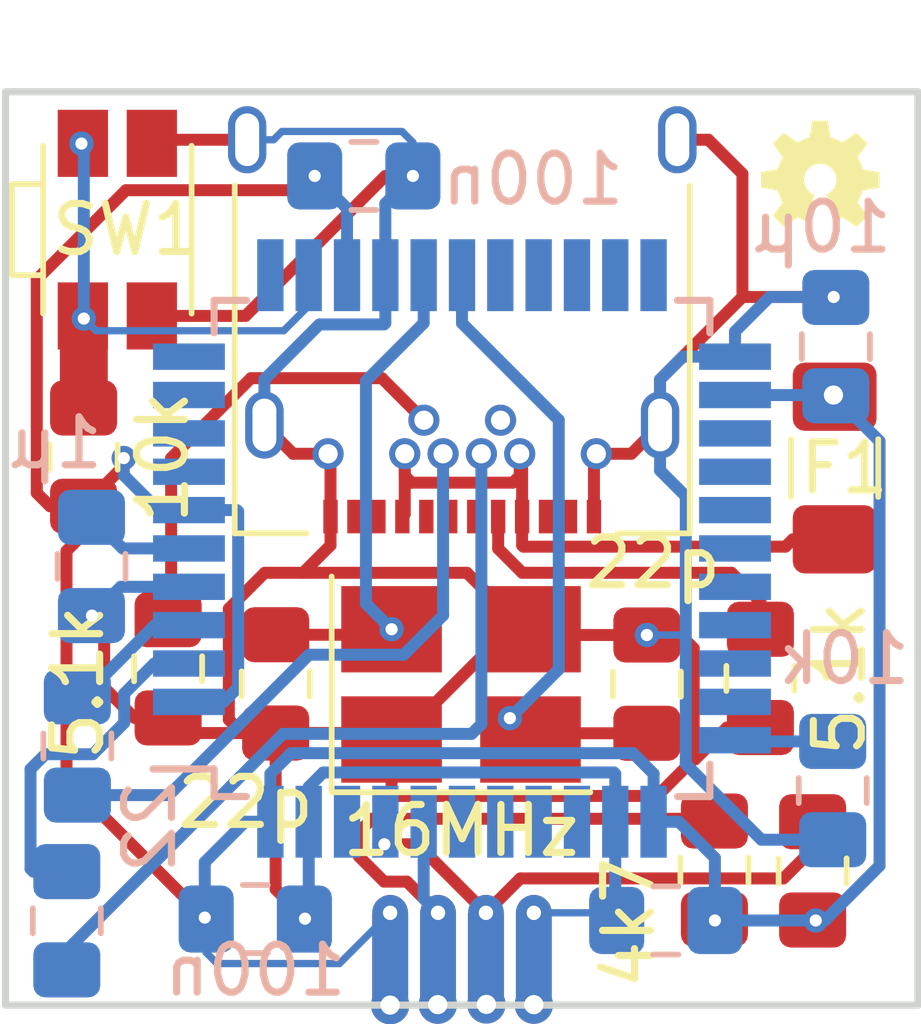
<source format=kicad_pcb>
(kicad_pcb (version 20171130) (host pcbnew 5.1.10)

  (general
    (thickness 1.6)
    (drawings 10)
    (tracks 272)
    (zones 0)
    (modules 22)
    (nets 46)
  )

  (page A4)
  (layers
    (0 F.Cu signal)
    (31 B.Cu signal)
    (32 B.Adhes user hide)
    (33 F.Adhes user hide)
    (34 B.Paste user hide)
    (35 F.Paste user hide)
    (36 B.SilkS user)
    (37 F.SilkS user)
    (38 B.Mask user hide)
    (39 F.Mask user hide)
    (40 Dwgs.User user hide)
    (41 Cmts.User user hide)
    (42 Eco1.User user hide)
    (43 Eco2.User user hide)
    (44 Edge.Cuts user)
    (45 Margin user hide)
    (46 B.CrtYd user)
    (47 F.CrtYd user)
    (48 B.Fab user hide)
    (49 F.Fab user hide)
  )

  (setup
    (last_trace_width 0.1524)
    (user_trace_width 0.1524)
    (user_trace_width 0.25)
    (user_trace_width 1)
    (user_trace_width 2)
    (trace_clearance 0.1524)
    (zone_clearance 0.508)
    (zone_45_only no)
    (trace_min 0.1524)
    (via_size 0.508)
    (via_drill 0.254)
    (via_min_size 0.508)
    (via_min_drill 0.254)
    (user_via 0.508 0.254)
    (user_via 0.8 0.4)
    (uvia_size 0.3)
    (uvia_drill 0.1)
    (uvias_allowed no)
    (uvia_min_size 0.2)
    (uvia_min_drill 0.1)
    (edge_width 0.05)
    (segment_width 0.2)
    (pcb_text_width 0.3)
    (pcb_text_size 1.5 1.5)
    (mod_edge_width 0.12)
    (mod_text_size 1 1)
    (mod_text_width 0.15)
    (pad_size 1.524 1.524)
    (pad_drill 0.762)
    (pad_to_mask_clearance 0.051)
    (solder_mask_min_width 0.25)
    (aux_axis_origin 0 0)
    (visible_elements FFFFFF7F)
    (pcbplotparams
      (layerselection 0x010fc_ffffffff)
      (usegerberextensions false)
      (usegerberattributes false)
      (usegerberadvancedattributes false)
      (creategerberjobfile false)
      (excludeedgelayer true)
      (linewidth 0.100000)
      (plotframeref false)
      (viasonmask false)
      (mode 1)
      (useauxorigin false)
      (hpglpennumber 1)
      (hpglpenspeed 20)
      (hpglpendiameter 15.000000)
      (psnegative false)
      (psa4output false)
      (plotreference true)
      (plotvalue true)
      (plotinvisibletext false)
      (padsonsilk false)
      (subtractmaskfromsilk false)
      (outputformat 1)
      (mirror false)
      (drillshape 1)
      (scaleselection 1)
      (outputdirectory ""))
  )

  (net 0 "")
  (net 1 GND)
  (net 2 +5V)
  (net 3 "Net-(J1-PadB8)")
  (net 4 "Net-(J1-PadA11)")
  (net 5 "Net-(J1-PadA8)")
  (net 6 "Net-(J1-PadA10)")
  (net 7 "Net-(J1-PadA3)")
  (net 8 "Net-(J1-PadA2)")
  (net 9 SCL)
  (net 10 SDA)
  (net 11 D-)
  (net 12 D+)
  (net 13 "Net-(U1-Pad42)")
  (net 14 "Net-(U1-Pad39)")
  (net 15 "Net-(U1-Pad38)")
  (net 16 "Net-(U1-Pad37)")
  (net 17 "Net-(U1-Pad36)")
  (net 18 "Net-(U1-Pad32)")
  (net 19 "Net-(U1-Pad31)")
  (net 20 "Net-(U1-Pad30)")
  (net 21 "Net-(U1-Pad29)")
  (net 22 "Net-(U1-Pad28)")
  (net 23 "Net-(U1-Pad27)")
  (net 24 "Net-(U1-Pad26)")
  (net 25 "Net-(U1-Pad25)")
  (net 26 "Net-(U1-Pad22)")
  (net 27 "Net-(U1-Pad21)")
  (net 28 "Net-(U1-Pad20)")
  (net 29 "Net-(U1-Pad19)")
  (net 30 "Net-(U1-Pad18)")
  (net 31 "Net-(U1-Pad12)")
  (net 32 "Net-(U1-Pad11)")
  (net 33 "Net-(U1-Pad10)")
  (net 34 "Net-(U1-Pad9)")
  (net 35 "Net-(U1-Pad8)")
  (net 36 /Cry1)
  (net 37 /Cry2)
  (net 38 /Ucap)
  (net 39 /RES)
  (net 40 /VCC)
  (net 41 /CC2)
  (net 42 /UDN)
  (net 43 /UDP)
  (net 44 /CC1)
  (net 45 /HWB)

  (net_class Default "This is the default net class."
    (clearance 0.1524)
    (trace_width 0.1524)
    (via_dia 0.508)
    (via_drill 0.254)
    (uvia_dia 0.3)
    (uvia_drill 0.1)
    (add_net +5V)
    (add_net /CC1)
    (add_net /CC2)
    (add_net /Cry1)
    (add_net /Cry2)
    (add_net /HWB)
    (add_net /RES)
    (add_net /UDN)
    (add_net /UDP)
    (add_net /Ucap)
    (add_net /VCC)
    (add_net D+)
    (add_net D-)
    (add_net GND)
    (add_net "Net-(J1-PadA10)")
    (add_net "Net-(J1-PadA11)")
    (add_net "Net-(J1-PadA2)")
    (add_net "Net-(J1-PadA3)")
    (add_net "Net-(J1-PadA8)")
    (add_net "Net-(J1-PadB8)")
    (add_net "Net-(U1-Pad10)")
    (add_net "Net-(U1-Pad11)")
    (add_net "Net-(U1-Pad12)")
    (add_net "Net-(U1-Pad18)")
    (add_net "Net-(U1-Pad19)")
    (add_net "Net-(U1-Pad20)")
    (add_net "Net-(U1-Pad21)")
    (add_net "Net-(U1-Pad22)")
    (add_net "Net-(U1-Pad25)")
    (add_net "Net-(U1-Pad26)")
    (add_net "Net-(U1-Pad27)")
    (add_net "Net-(U1-Pad28)")
    (add_net "Net-(U1-Pad29)")
    (add_net "Net-(U1-Pad30)")
    (add_net "Net-(U1-Pad31)")
    (add_net "Net-(U1-Pad32)")
    (add_net "Net-(U1-Pad36)")
    (add_net "Net-(U1-Pad37)")
    (add_net "Net-(U1-Pad38)")
    (add_net "Net-(U1-Pad39)")
    (add_net "Net-(U1-Pad42)")
    (add_net "Net-(U1-Pad8)")
    (add_net "Net-(U1-Pad9)")
    (add_net SCL)
    (add_net SDA)
  )

  (module Aesthetics:OSHW-LOGO-MINI (layer F.Cu) (tedit 200000) (tstamp 60E1737F)
    (at 139.5 51.5)
    (descr "OPEN-SOURCE HARDWARE (OSHW) LOGO - MINI - SILKSCREEN")
    (tags "OPEN-SOURCE HARDWARE (OSHW) LOGO - MINI - SILKSCREEN")
    (attr virtual)
    (fp_text reference "" (at 0 0) (layer F.SilkS)
      (effects (font (size 1.524 1.524) (thickness 0.15)))
    )
    (fp_text value "" (at 0 0) (layer F.SilkS)
      (effects (font (size 1.524 1.524) (thickness 0.15)))
    )
    (fp_poly (pts (xy 1.23444 0.17018) (xy 1.23444 -0.14732) (xy 0.8763 -0.20574) (xy 0.8763 -0.24638)
      (xy 0.86614 -0.25654) (xy 0.86614 -0.27686) (xy 0.85598 -0.28702) (xy 0.84582 -0.30734)
      (xy 0.84582 -0.32512) (xy 0.83566 -0.33528) (xy 0.83566 -0.3556) (xy 0.8255 -0.36576)
      (xy 0.81534 -0.38608) (xy 0.80518 -0.39624) (xy 0.80518 -0.41656) (xy 0.79502 -0.42672)
      (xy 0.78486 -0.44704) (xy 0.7747 -0.4572) (xy 0.98552 -0.74676) (xy 0.75438 -0.9652)
      (xy 0.46482 -0.76708) (xy 0.45466 -0.77724) (xy 0.43434 -0.78486) (xy 0.42418 -0.78486)
      (xy 0.4064 -0.79502) (xy 0.39624 -0.80518) (xy 0.37592 -0.81534) (xy 0.36576 -0.81534)
      (xy 0.34544 -0.8255) (xy 0.33528 -0.83566) (xy 0.31496 -0.83566) (xy 0.29464 -0.84582)
      (xy 0.28448 -0.84582) (xy 0.26416 -0.85598) (xy 0.25654 -0.85598) (xy 0.23622 -0.86614)
      (xy 0.2159 -0.86614) (xy 0.15494 -1.21666) (xy -0.16256 -1.21666) (xy -0.22098 -0.86614)
      (xy -0.23114 -0.86614) (xy -0.25146 -0.85598) (xy -0.27178 -0.85598) (xy -0.28194 -0.84582)
      (xy -0.30226 -0.84582) (xy -0.32258 -0.83566) (xy -0.33274 -0.83566) (xy -0.35306 -0.8255)
      (xy -0.36322 -0.81534) (xy -0.381 -0.81534) (xy -0.39116 -0.80518) (xy -0.41148 -0.79502)
      (xy -0.42164 -0.78486) (xy -0.44196 -0.78486) (xy -0.45212 -0.77724) (xy -0.47244 -0.76708)
      (xy -0.762 -0.9652) (xy -0.98298 -0.74676) (xy -0.78232 -0.4572) (xy -0.79248 -0.44704)
      (xy -0.79248 -0.42672) (xy -0.80264 -0.41656) (xy -0.8128 -0.39624) (xy -0.82296 -0.38608)
      (xy -0.82296 -0.36576) (xy -0.83312 -0.3556) (xy -0.84328 -0.33528) (xy -0.84328 -0.32512)
      (xy -0.86106 -0.28702) (xy -0.86106 -0.27686) (xy -0.87122 -0.25654) (xy -0.87122 -0.24638)
      (xy -0.88138 -0.22606) (xy -0.88138 -0.20574) (xy -1.2319 -0.14732) (xy -1.2319 0.17018)
      (xy -0.88138 0.23114) (xy -0.88138 0.2413) (xy -0.87122 0.26162) (xy -0.87122 0.28194)
      (xy -0.86106 0.2921) (xy -0.86106 0.31242) (xy -0.8509 0.32258) (xy -0.84328 0.34036)
      (xy -0.84328 0.36068) (xy -0.83312 0.37084) (xy -0.83312 0.39116) (xy -0.82296 0.40132)
      (xy -0.8128 0.42164) (xy -0.80264 0.4318) (xy -0.79248 0.45212) (xy -0.79248 0.46228)
      (xy -0.78232 0.4826) (xy -0.98298 0.762) (xy -0.762 0.9906) (xy -0.47244 0.79248)
      (xy -0.46228 0.79248) (xy -0.45212 0.8001) (xy -0.44196 0.8001) (xy -0.4318 0.81026)
      (xy -0.42164 0.81026) (xy -0.41148 0.82042) (xy -0.40132 0.82042) (xy -0.39116 0.83058)
      (xy -0.381 0.83058) (xy -0.37338 0.84074) (xy -0.36322 0.84074) (xy -0.35306 0.8509)
      (xy -0.33274 0.8509) (xy -0.32258 0.86106) (xy -0.12192 0.32258) (xy -0.1524 0.31242)
      (xy -0.19304 0.2921) (xy -0.21336 0.27178) (xy -0.23114 0.26162) (xy -0.25146 0.2413)
      (xy -0.26162 0.22098) (xy -0.28194 0.20066) (xy -0.30226 0.16256) (xy -0.31242 0.13208)
      (xy -0.33274 0.09144) (xy -0.33274 0.06096) (xy -0.3429 0.03048) (xy -0.3429 -0.0254)
      (xy -0.30226 -0.14732) (xy -0.26162 -0.20574) (xy -0.2413 -0.22606) (xy -0.21336 -0.24638)
      (xy -0.19304 -0.2667) (xy -0.16256 -0.28702) (xy -0.13208 -0.29718) (xy -0.1016 -0.31496)
      (xy -0.07112 -0.31496) (xy -0.03302 -0.32512) (xy 0.03556 -0.32512) (xy 0.06604 -0.31496)
      (xy 0.09652 -0.31496) (xy 0.12446 -0.29718) (xy 0.15494 -0.28702) (xy 0.2159 -0.24638)
      (xy 0.25654 -0.20574) (xy 0.29464 -0.14732) (xy 0.3048 -0.11684) (xy 0.32512 -0.08636)
      (xy 0.32512 -0.05588) (xy 0.33528 -0.0254) (xy 0.33528 0.06096) (xy 0.32512 0.09144)
      (xy 0.32512 0.11176) (xy 0.31496 0.13208) (xy 0.3048 0.16256) (xy 0.29464 0.18034)
      (xy 0.27432 0.20066) (xy 0.26416 0.22098) (xy 0.22606 0.26162) (xy 0.20574 0.27178)
      (xy 0.18542 0.2921) (xy 0.12446 0.32258) (xy 0.32512 0.86106) (xy 0.32512 0.8509)
      (xy 0.34544 0.8509) (xy 0.3556 0.84074) (xy 0.36576 0.84074) (xy 0.37592 0.83058)
      (xy 0.38608 0.83058) (xy 0.39624 0.82042) (xy 0.41656 0.82042) (xy 0.42418 0.81026)
      (xy 0.43434 0.81026) (xy 0.45466 0.79248) (xy 0.46482 0.79248) (xy 0.75438 0.9906)
      (xy 0.98552 0.762) (xy 0.7747 0.4826) (xy 0.78486 0.46228) (xy 0.79502 0.45212)
      (xy 0.80518 0.4318) (xy 0.80518 0.42164) (xy 0.81534 0.40132) (xy 0.8255 0.39116)
      (xy 0.83566 0.37084) (xy 0.83566 0.36068) (xy 0.85598 0.32258) (xy 0.85598 0.31242)
      (xy 0.86614 0.2921) (xy 0.86614 0.28194) (xy 0.8763 0.26162) (xy 0.8763 0.2413)
      (xy 0.88646 0.23114)) (layer F.SilkS) (width 0.01))
  )

  (module Resistor_SMD:R_0805_2012Metric_Pad1.15x1.40mm_HandSolder (layer F.Cu) (tedit 5B36C52B) (tstamp 5E3974A9)
    (at 139.34 65.925 90)
    (descr "Resistor SMD 0805 (2012 Metric), square (rectangular) end terminal, IPC_7351 nominal with elongated pad for handsoldering. (Body size source: https://docs.google.com/spreadsheets/d/1BsfQQcO9C6DZCsRaXUlFlo91Tg2WpOkGARC1WS5S8t0/edit?usp=sharing), generated with kicad-footprint-generator")
    (tags "resistor handsolder")
    (path /5E397C20)
    (attr smd)
    (fp_text reference R8 (at 0 -1.65 90) (layer F.SilkS) hide
      (effects (font (size 1 1) (thickness 0.15)))
    )
    (fp_text value 4k7 (at 0 1.65 90) (layer F.Fab)
      (effects (font (size 1 1) (thickness 0.15)))
    )
    (fp_line (start -1 0.6) (end -1 -0.6) (layer F.Fab) (width 0.1))
    (fp_line (start -1 -0.6) (end 1 -0.6) (layer F.Fab) (width 0.1))
    (fp_line (start 1 -0.6) (end 1 0.6) (layer F.Fab) (width 0.1))
    (fp_line (start 1 0.6) (end -1 0.6) (layer F.Fab) (width 0.1))
    (fp_line (start -0.261252 -0.71) (end 0.261252 -0.71) (layer F.SilkS) (width 0.12))
    (fp_line (start -0.261252 0.71) (end 0.261252 0.71) (layer F.SilkS) (width 0.12))
    (fp_line (start -1.85 0.95) (end -1.85 -0.95) (layer F.CrtYd) (width 0.05))
    (fp_line (start -1.85 -0.95) (end 1.85 -0.95) (layer F.CrtYd) (width 0.05))
    (fp_line (start 1.85 -0.95) (end 1.85 0.95) (layer F.CrtYd) (width 0.05))
    (fp_line (start 1.85 0.95) (end -1.85 0.95) (layer F.CrtYd) (width 0.05))
    (fp_text user %R (at 0 0 90) (layer F.Fab)
      (effects (font (size 0.5 0.5) (thickness 0.08)))
    )
    (pad 2 smd roundrect (at 1.025 0 90) (size 1.15 1.4) (layers F.Cu F.Paste F.Mask) (roundrect_rratio 0.217391)
      (net 9 SCL))
    (pad 1 smd roundrect (at -1.025 0 90) (size 1.15 1.4) (layers F.Cu F.Paste F.Mask) (roundrect_rratio 0.217391)
      (net 2 +5V))
    (model ${KISYS3DMOD}/Resistor_SMD.3dshapes/R_0805_2012Metric.wrl
      (at (xyz 0 0 0))
      (scale (xyz 1 1 1))
      (rotate (xyz 0 0 0))
    )
  )

  (module Resistor_SMD:R_0805_2012Metric_Pad1.15x1.40mm_HandSolder (layer F.Cu) (tedit 5B36C52B) (tstamp 60E1057B)
    (at 137.29 65.91 90)
    (descr "Resistor SMD 0805 (2012 Metric), square (rectangular) end terminal, IPC_7351 nominal with elongated pad for handsoldering. (Body size source: https://docs.google.com/spreadsheets/d/1BsfQQcO9C6DZCsRaXUlFlo91Tg2WpOkGARC1WS5S8t0/edit?usp=sharing), generated with kicad-footprint-generator")
    (tags "resistor handsolder")
    (path /5E397AAF)
    (attr smd)
    (fp_text reference R7 (at 0 -1.65 90) (layer F.SilkS) hide
      (effects (font (size 1 1) (thickness 0.15)))
    )
    (fp_text value 4k7 (at -1.09 -1.79 90) (layer F.SilkS)
      (effects (font (size 1 1) (thickness 0.15)))
    )
    (fp_line (start -1 0.6) (end -1 -0.6) (layer F.Fab) (width 0.1))
    (fp_line (start -1 -0.6) (end 1 -0.6) (layer F.Fab) (width 0.1))
    (fp_line (start 1 -0.6) (end 1 0.6) (layer F.Fab) (width 0.1))
    (fp_line (start 1 0.6) (end -1 0.6) (layer F.Fab) (width 0.1))
    (fp_line (start -0.261252 -0.71) (end 0.261252 -0.71) (layer F.SilkS) (width 0.12))
    (fp_line (start -0.261252 0.71) (end 0.261252 0.71) (layer F.SilkS) (width 0.12))
    (fp_line (start -1.85 0.95) (end -1.85 -0.95) (layer F.CrtYd) (width 0.05))
    (fp_line (start -1.85 -0.95) (end 1.85 -0.95) (layer F.CrtYd) (width 0.05))
    (fp_line (start 1.85 -0.95) (end 1.85 0.95) (layer F.CrtYd) (width 0.05))
    (fp_line (start 1.85 0.95) (end -1.85 0.95) (layer F.CrtYd) (width 0.05))
    (fp_text user %R (at 0 0 90) (layer F.Fab)
      (effects (font (size 0.5 0.5) (thickness 0.08)))
    )
    (pad 2 smd roundrect (at 1.025 0 90) (size 1.15 1.4) (layers F.Cu F.Paste F.Mask) (roundrect_rratio 0.217391)
      (net 10 SDA))
    (pad 1 smd roundrect (at -1.025 0 90) (size 1.15 1.4) (layers F.Cu F.Paste F.Mask) (roundrect_rratio 0.217391)
      (net 2 +5V))
    (model ${KISYS3DMOD}/Resistor_SMD.3dshapes/R_0805_2012Metric.wrl
      (at (xyz 0 0 0))
      (scale (xyz 1 1 1))
      (rotate (xyz 0 0 0))
    )
  )

  (module modkey:TQFP-44_10x10mm_P0.8mm (layer B.Cu) (tedit 5E39440D) (tstamp 5E3A22DD)
    (at 132.02 59.2)
    (descr "44-Lead Plastic Thin Quad Flatpack (PT) - 10x10x1.0 mm Body [TQFP] (see Microchip Packaging Specification 00000049BS.pdf)")
    (tags "QFP 0.8")
    (path /5E31F479)
    (attr smd)
    (fp_text reference U1 (at 0 7.45) (layer B.SilkS) hide
      (effects (font (size 1 1) (thickness 0.15)) (justify mirror))
    )
    (fp_text value ATmega32U4-AU (at 0 -7.45) (layer B.Fab)
      (effects (font (size 1 1) (thickness 0.15)) (justify mirror))
    )
    (fp_line (start -4 5) (end 5 5) (layer B.Fab) (width 0.15))
    (fp_line (start 5 5) (end 5 -5) (layer B.Fab) (width 0.15))
    (fp_line (start 5 -5) (end -5 -5) (layer B.Fab) (width 0.15))
    (fp_line (start -5 -5) (end -5 4) (layer B.Fab) (width 0.15))
    (fp_line (start -5 4) (end -4 5) (layer B.Fab) (width 0.15))
    (fp_line (start -6.7 6.7) (end -6.7 -6.7) (layer B.CrtYd) (width 0.05))
    (fp_line (start 6.7 6.7) (end 6.7 -6.7) (layer B.CrtYd) (width 0.05))
    (fp_line (start -6.7 6.7) (end 6.7 6.7) (layer B.CrtYd) (width 0.05))
    (fp_line (start -6.7 -6.7) (end 6.7 -6.7) (layer B.CrtYd) (width 0.05))
    (fp_line (start -5.175 5.175) (end -5.175 4.6) (layer B.SilkS) (width 0.15))
    (fp_line (start 5.175 5.175) (end 5.175 4.5) (layer B.SilkS) (width 0.15))
    (fp_line (start 5.175 -5.175) (end 5.175 -4.5) (layer B.SilkS) (width 0.15))
    (fp_line (start -5.175 -5.175) (end -5.175 -4.5) (layer B.SilkS) (width 0.15))
    (fp_line (start -5.175 5.175) (end -4.5 5.175) (layer B.SilkS) (width 0.15))
    (fp_line (start -5.175 -5.175) (end -4.5 -5.175) (layer B.SilkS) (width 0.15))
    (fp_line (start 5.175 -5.175) (end 4.5 -5.175) (layer B.SilkS) (width 0.15))
    (fp_line (start 5.175 5.175) (end 4.5 5.175) (layer B.SilkS) (width 0.15))
    (fp_line (start -5.175 4.6) (end -6.45 4.6) (layer B.SilkS) (width 0.15))
    (fp_text user %R (at 0 0) (layer B.Fab)
      (effects (font (size 1 1) (thickness 0.15)) (justify mirror))
    )
    (pad 44 smd rect (at -4 5.7 270) (size 1.5 0.55) (layers B.Cu B.Paste B.Mask)
      (net 2 +5V))
    (pad 43 smd rect (at -3.2 5.7 270) (size 1.5 0.55) (layers B.Cu B.Paste B.Mask)
      (net 1 GND))
    (pad 42 smd rect (at -2.4 5.7 270) (size 1.5 0.55) (layers B.Cu B.Paste B.Mask)
      (net 13 "Net-(U1-Pad42)"))
    (pad 41 smd rect (at -1.6 5.7 270) (size 1.5 0.55) (layers B.Cu B.Paste B.Mask)
      (net 9 SCL))
    (pad 40 smd rect (at -0.8 5.7 270) (size 1.5 0.55) (layers B.Cu B.Paste B.Mask)
      (net 10 SDA))
    (pad 39 smd rect (at 0 5.7 270) (size 1.5 0.55) (layers B.Cu B.Paste B.Mask)
      (net 14 "Net-(U1-Pad39)"))
    (pad 38 smd rect (at 0.8 5.7 270) (size 1.5 0.55) (layers B.Cu B.Paste B.Mask)
      (net 15 "Net-(U1-Pad38)"))
    (pad 37 smd rect (at 1.6 5.7 270) (size 1.5 0.55) (layers B.Cu B.Paste B.Mask)
      (net 16 "Net-(U1-Pad37)"))
    (pad 36 smd rect (at 2.4 5.7 270) (size 1.5 0.55) (layers B.Cu B.Paste B.Mask)
      (net 17 "Net-(U1-Pad36)"))
    (pad 35 smd rect (at 3.2 5.7 270) (size 1.5 0.55) (layers B.Cu B.Paste B.Mask)
      (net 1 GND))
    (pad 34 smd rect (at 4 5.7 270) (size 1.5 0.55) (layers B.Cu B.Paste B.Mask)
      (net 2 +5V))
    (pad 33 smd rect (at 5.7 4) (size 1.5 0.55) (layers B.Cu B.Paste B.Mask)
      (net 45 /HWB))
    (pad 32 smd rect (at 5.7 3.2) (size 1.5 0.55) (layers B.Cu B.Paste B.Mask)
      (net 18 "Net-(U1-Pad32)"))
    (pad 31 smd rect (at 5.7 2.4) (size 1.5 0.55) (layers B.Cu B.Paste B.Mask)
      (net 19 "Net-(U1-Pad31)"))
    (pad 30 smd rect (at 5.7 1.6) (size 1.5 0.55) (layers B.Cu B.Paste B.Mask)
      (net 20 "Net-(U1-Pad30)"))
    (pad 29 smd rect (at 5.7 0.8) (size 1.5 0.55) (layers B.Cu B.Paste B.Mask)
      (net 21 "Net-(U1-Pad29)"))
    (pad 28 smd rect (at 5.7 0) (size 1.5 0.55) (layers B.Cu B.Paste B.Mask)
      (net 22 "Net-(U1-Pad28)"))
    (pad 27 smd rect (at 5.7 -0.8) (size 1.5 0.55) (layers B.Cu B.Paste B.Mask)
      (net 23 "Net-(U1-Pad27)"))
    (pad 26 smd rect (at 5.7 -1.6) (size 1.5 0.55) (layers B.Cu B.Paste B.Mask)
      (net 24 "Net-(U1-Pad26)"))
    (pad 25 smd rect (at 5.7 -2.4) (size 1.5 0.55) (layers B.Cu B.Paste B.Mask)
      (net 25 "Net-(U1-Pad25)"))
    (pad 24 smd rect (at 5.7 -3.2) (size 1.5 0.55) (layers B.Cu B.Paste B.Mask)
      (net 2 +5V))
    (pad 23 smd rect (at 5.7 -4) (size 1.5 0.55) (layers B.Cu B.Paste B.Mask)
      (net 1 GND))
    (pad 22 smd rect (at 4 -5.7 270) (size 1.5 0.55) (layers B.Cu B.Paste B.Mask)
      (net 26 "Net-(U1-Pad22)"))
    (pad 21 smd rect (at 3.2 -5.7 270) (size 1.5 0.55) (layers B.Cu B.Paste B.Mask)
      (net 27 "Net-(U1-Pad21)"))
    (pad 20 smd rect (at 2.4 -5.7 270) (size 1.5 0.55) (layers B.Cu B.Paste B.Mask)
      (net 28 "Net-(U1-Pad20)"))
    (pad 19 smd rect (at 1.6 -5.7 270) (size 1.5 0.55) (layers B.Cu B.Paste B.Mask)
      (net 29 "Net-(U1-Pad19)"))
    (pad 18 smd rect (at 0.8 -5.7 270) (size 1.5 0.55) (layers B.Cu B.Paste B.Mask)
      (net 30 "Net-(U1-Pad18)"))
    (pad 17 smd rect (at 0 -5.7 270) (size 1.5 0.55) (layers B.Cu B.Paste B.Mask)
      (net 36 /Cry1))
    (pad 16 smd rect (at -0.8 -5.7 270) (size 1.5 0.55) (layers B.Cu B.Paste B.Mask)
      (net 37 /Cry2))
    (pad 15 smd rect (at -1.6 -5.7 270) (size 1.5 0.55) (layers B.Cu B.Paste B.Mask)
      (net 1 GND))
    (pad 14 smd rect (at -2.4 -5.7 270) (size 1.5 0.55) (layers B.Cu B.Paste B.Mask)
      (net 2 +5V))
    (pad 13 smd rect (at -3.2 -5.7 270) (size 1.5 0.55) (layers B.Cu B.Paste B.Mask)
      (net 39 /RES))
    (pad 12 smd rect (at -4 -5.7 270) (size 1.5 0.55) (layers B.Cu B.Paste B.Mask)
      (net 31 "Net-(U1-Pad12)"))
    (pad 11 smd rect (at -5.7 -4) (size 1.5 0.55) (layers B.Cu B.Paste B.Mask)
      (net 32 "Net-(U1-Pad11)"))
    (pad 10 smd rect (at -5.7 -3.2) (size 1.5 0.55) (layers B.Cu B.Paste B.Mask)
      (net 33 "Net-(U1-Pad10)"))
    (pad 9 smd rect (at -5.7 -2.4) (size 1.5 0.55) (layers B.Cu B.Paste B.Mask)
      (net 34 "Net-(U1-Pad9)"))
    (pad 8 smd rect (at -5.7 -1.6) (size 1.5 0.55) (layers B.Cu B.Paste B.Mask)
      (net 35 "Net-(U1-Pad8)"))
    (pad 7 smd rect (at -5.7 -0.8) (size 1.5 0.55) (layers B.Cu B.Paste B.Mask)
      (net 2 +5V))
    (pad 6 smd rect (at -5.7 0) (size 1.5 0.55) (layers B.Cu B.Paste B.Mask)
      (net 38 /Ucap))
    (pad 5 smd rect (at -5.7 0.8) (size 1.5 0.55) (layers B.Cu B.Paste B.Mask)
      (net 1 GND))
    (pad 4 smd rect (at -5.7 1.6) (size 1.5 0.55) (layers B.Cu B.Paste B.Mask)
      (net 12 D+))
    (pad 3 smd rect (at -5.7 2.4) (size 1.5 0.55) (layers B.Cu B.Paste B.Mask)
      (net 11 D-))
    (pad 2 smd rect (at -5.7 3.2) (size 1.5 0.55) (layers B.Cu B.Paste B.Mask)
      (net 2 +5V))
    (model ${KISYS3DMOD}/Package_QFP.3dshapes/TQFP-44_10x10mm_P0.8mm.wrl
      (at (xyz 0 0 0))
      (scale (xyz 1 1 1))
      (rotate (xyz 0 0 0))
    )
  )

  (module modkey:USB_C_Receptacle_Amphenol_12401548E4-2A (layer F.Cu) (tedit 5E393C94) (tstamp 5E39FCAC)
    (at 132.025 53.515 180)
    (descr "USB TYPE C, RA RCPT PCB, Hybrid, https://www.amphenolcanada.com/StockAvailabilityPrice.aspx?From=&PartNum=12401548E4%7e2A")
    (tags "USB C Type-C Receptacle Hybrid")
    (path /5E31F494)
    (attr smd)
    (fp_text reference J1 (at 0 -6.36) (layer F.SilkS) hide
      (effects (font (size 1 1) (thickness 0.15)))
    )
    (fp_text value USB_C_Receptacle (at 0 6.14) (layer F.Fab)
      (effects (font (size 1 1) (thickness 0.15)))
    )
    (fp_line (start -5.39 5.73) (end -5.39 -5.87) (layer F.CrtYd) (width 0.05))
    (fp_line (start 5.39 5.73) (end -5.39 5.73) (layer F.CrtYd) (width 0.05))
    (fp_line (start 5.39 -5.87) (end 5.39 5.73) (layer F.CrtYd) (width 0.05))
    (fp_line (start -5.39 -5.87) (end 5.39 -5.87) (layer F.CrtYd) (width 0.05))
    (fp_line (start 4.6 5.23) (end 4.6 -5.22) (layer F.Fab) (width 0.1))
    (fp_line (start -4.6 5.23) (end 4.6 5.23) (layer F.Fab) (width 0.1))
    (fp_line (start 3.25 -5.37) (end 4.75 -5.37) (layer F.SilkS) (width 0.12))
    (fp_line (start 4.75 -5.37) (end 4.75 1.89) (layer F.SilkS) (width 0.12))
    (fp_line (start -4.75 -5.37) (end -4.75 1.89) (layer F.SilkS) (width 0.12))
    (fp_line (start -4.75 -5.37) (end -3.25 -5.37) (layer F.SilkS) (width 0.12))
    (fp_line (start -4.6 -5.22) (end 4.6 -5.22) (layer F.Fab) (width 0.1))
    (fp_line (start -4.6 5.23) (end -4.6 -5.22) (layer F.Fab) (width 0.1))
    (fp_text user %R (at 0 0) (layer F.Fab)
      (effects (font (size 1 1) (thickness 0.1)))
    )
    (pad B8 thru_hole circle (at -0.8 -3.01 180) (size 0.65 0.65) (drill 0.4) (layers *.Cu *.Mask)
      (net 3 "Net-(J1-PadB8)"))
    (pad B5 thru_hole circle (at 0.8 -3.01 180) (size 0.65 0.65) (drill 0.4) (layers *.Cu *.Mask)
      (net 41 /CC2))
    (pad B12 thru_hole circle (at -2.8 -3.71 180) (size 0.65 0.65) (drill 0.4) (layers *.Cu *.Mask)
      (net 1 GND))
    (pad B9 thru_hole circle (at -1.2 -3.71 180) (size 0.65 0.65) (drill 0.4) (layers *.Cu *.Mask)
      (net 40 /VCC))
    (pad B7 thru_hole circle (at -0.4 -3.71 180) (size 0.65 0.65) (drill 0.4) (layers *.Cu *.Mask)
      (net 42 /UDN))
    (pad B6 thru_hole circle (at 0.4 -3.71 180) (size 0.65 0.65) (drill 0.4) (layers *.Cu *.Mask)
      (net 43 /UDP))
    (pad B4 thru_hole circle (at 1.2 -3.71 180) (size 0.65 0.65) (drill 0.4) (layers *.Cu *.Mask)
      (net 40 /VCC))
    (pad B1 thru_hole circle (at 2.8 -3.71 180) (size 0.65 0.65) (drill 0.4) (layers *.Cu *.Mask)
      (net 1 GND))
    (pad "" np_thru_hole circle (at -3.6 -4.36 180) (size 0.65 0.65) (drill 0.65) (layers *.Cu *.Mask))
    (pad "" np_thru_hole oval (at 3.6 -4.36 180) (size 0.95 0.65) (drill oval 0.95 0.65) (layers *.Cu *.Mask))
    (pad S1 thru_hole oval (at -4.49 2.84 180) (size 0.8 1.4) (drill oval 0.5 1.1) (layers *.Cu *.Mask)
      (net 1 GND))
    (pad S1 thru_hole oval (at 4.49 2.84 180) (size 0.8 1.4) (drill oval 0.5 1.1) (layers *.Cu *.Mask)
      (net 1 GND))
    (pad S1 thru_hole oval (at 4.13 -3.11 180) (size 0.8 1.4) (drill oval 0.5 1.1) (layers *.Cu *.Mask)
      (net 1 GND))
    (pad A11 smd rect (at 2.25 -5.02 180) (size 0.3 0.7) (layers F.Cu F.Paste F.Mask)
      (net 4 "Net-(J1-PadA11)"))
    (pad A8 smd rect (at 0.75 -5.02 180) (size 0.3 0.7) (layers F.Cu F.Paste F.Mask)
      (net 5 "Net-(J1-PadA8)"))
    (pad A9 smd rect (at 1.25 -5.02 180) (size 0.3 0.7) (layers F.Cu F.Paste F.Mask)
      (net 40 /VCC))
    (pad A10 smd rect (at 1.75 -5.02 180) (size 0.3 0.7) (layers F.Cu F.Paste F.Mask)
      (net 6 "Net-(J1-PadA10)"))
    (pad A12 smd rect (at 2.75 -5.02 180) (size 0.3 0.7) (layers F.Cu F.Paste F.Mask)
      (net 1 GND))
    (pad A7 smd rect (at 0.25 -5.02 180) (size 0.3 0.7) (layers F.Cu F.Paste F.Mask)
      (net 42 /UDN))
    (pad A6 smd rect (at -0.25 -5.02 180) (size 0.3 0.7) (layers F.Cu F.Paste F.Mask)
      (net 43 /UDP))
    (pad A5 smd rect (at -0.75 -5.02 180) (size 0.3 0.7) (layers F.Cu F.Paste F.Mask)
      (net 44 /CC1))
    (pad A4 smd rect (at -1.25 -5.02 180) (size 0.3 0.7) (layers F.Cu F.Paste F.Mask)
      (net 40 /VCC))
    (pad A3 smd rect (at -1.75 -5.02 180) (size 0.3 0.7) (layers F.Cu F.Paste F.Mask)
      (net 7 "Net-(J1-PadA3)"))
    (pad A2 smd rect (at -2.25 -5.02 180) (size 0.3 0.7) (layers F.Cu F.Paste F.Mask)
      (net 8 "Net-(J1-PadA2)"))
    (pad A1 smd rect (at -2.75 -5.02 180) (size 0.3 0.7) (layers F.Cu F.Paste F.Mask)
      (net 1 GND))
    (pad S1 thru_hole oval (at -4.13 -3.11 180) (size 0.8 1.4) (drill oval 0.5 1.1) (layers *.Cu *.Mask)
      (net 1 GND))
    (model ${KISYS3DMOD}/Connector_USB.3dshapes/USB_C_Receptacle_Amphenol_12401548E4-2A.wrl
      (at (xyz 0 0 0))
      (scale (xyz 1 1 1))
      (rotate (xyz 0 0 0))
    )
  )

  (module Fuse:Fuse_1206_3216Metric_Pad1.42x1.75mm_HandSolder (layer F.Cu) (tedit 5B301BBE) (tstamp 60E10156)
    (at 139.8 57.5225 270)
    (descr "Fuse SMD 1206 (3216 Metric), square (rectangular) end terminal, IPC_7351 nominal with elongated pad for handsoldering. (Body size source: http://www.tortai-tech.com/upload/download/2011102023233369053.pdf), generated with kicad-footprint-generator")
    (tags "resistor handsolder")
    (path /5E3D2B68)
    (attr smd)
    (fp_text reference F1 (at 0 -0.2 180) (layer F.SilkS)
      (effects (font (size 1 1) (thickness 0.15)))
    )
    (fp_text value Polyfuse (at 0 1.82 90) (layer F.Fab)
      (effects (font (size 1 1) (thickness 0.15)))
    )
    (fp_line (start -1.6 0.8) (end -1.6 -0.8) (layer F.Fab) (width 0.1))
    (fp_line (start -1.6 -0.8) (end 1.6 -0.8) (layer F.Fab) (width 0.1))
    (fp_line (start 1.6 -0.8) (end 1.6 0.8) (layer F.Fab) (width 0.1))
    (fp_line (start 1.6 0.8) (end -1.6 0.8) (layer F.Fab) (width 0.1))
    (fp_line (start -0.602064 -0.91) (end 0.602064 -0.91) (layer F.SilkS) (width 0.12))
    (fp_line (start -0.602064 0.91) (end 0.602064 0.91) (layer F.SilkS) (width 0.12))
    (fp_line (start -2.45 1.12) (end -2.45 -1.12) (layer F.CrtYd) (width 0.05))
    (fp_line (start -2.45 -1.12) (end 2.45 -1.12) (layer F.CrtYd) (width 0.05))
    (fp_line (start 2.45 -1.12) (end 2.45 1.12) (layer F.CrtYd) (width 0.05))
    (fp_line (start 2.45 1.12) (end -2.45 1.12) (layer F.CrtYd) (width 0.05))
    (fp_text user %R (at 0 0 90) (layer F.Fab)
      (effects (font (size 0.8 0.8) (thickness 0.12)))
    )
    (pad 2 smd roundrect (at 1.4875 0 270) (size 1.425 1.75) (layers F.Cu F.Paste F.Mask) (roundrect_rratio 0.175439)
      (net 40 /VCC))
    (pad 1 smd roundrect (at -1.4875 0 270) (size 1.425 1.75) (layers F.Cu F.Paste F.Mask) (roundrect_rratio 0.175439)
      (net 2 +5V))
    (model ${KISYS3DMOD}/Fuse.3dshapes/Fuse_1206_3216Metric.wrl
      (at (xyz 0 0 0))
      (scale (xyz 1 1 1))
      (rotate (xyz 0 0 0))
    )
  )

  (module Crystal:Crystal_SMD_3225-4Pin_3.2x2.5mm_HandSoldering (layer F.Cu) (tedit 5A0FD1B2) (tstamp 5E3A242E)
    (at 132 62.035)
    (descr "SMD Crystal SERIES SMD3225/4 http://www.txccrystal.com/images/pdf/7m-accuracy.pdf, hand-soldering, 3.2x2.5mm^2 package")
    (tags "SMD SMT crystal hand-soldering")
    (path /5E31F438)
    (attr smd)
    (fp_text reference Y1 (at 0 -3.05) (layer F.SilkS) hide
      (effects (font (size 1 1) (thickness 0.15)))
    )
    (fp_text value 16MHz (at 0 3.05) (layer F.SilkS)
      (effects (font (size 1 1) (thickness 0.15)))
    )
    (fp_line (start -1.6 -1.25) (end -1.6 1.25) (layer F.Fab) (width 0.1))
    (fp_line (start -1.6 1.25) (end 1.6 1.25) (layer F.Fab) (width 0.1))
    (fp_line (start 1.6 1.25) (end 1.6 -1.25) (layer F.Fab) (width 0.1))
    (fp_line (start 1.6 -1.25) (end -1.6 -1.25) (layer F.Fab) (width 0.1))
    (fp_line (start -1.6 0.25) (end -0.6 1.25) (layer F.Fab) (width 0.1))
    (fp_line (start -2.7 -2.25) (end -2.7 2.25) (layer F.SilkS) (width 0.12))
    (fp_line (start -2.7 2.25) (end 2.7 2.25) (layer F.SilkS) (width 0.12))
    (fp_line (start -2.8 -2.3) (end -2.8 2.3) (layer F.CrtYd) (width 0.05))
    (fp_line (start -2.8 2.3) (end 2.8 2.3) (layer F.CrtYd) (width 0.05))
    (fp_line (start 2.8 2.3) (end 2.8 -2.3) (layer F.CrtYd) (width 0.05))
    (fp_line (start 2.8 -2.3) (end -2.8 -2.3) (layer F.CrtYd) (width 0.05))
    (fp_text user %R (at 0 0) (layer F.Fab)
      (effects (font (size 0.7 0.7) (thickness 0.105)))
    )
    (pad 4 smd rect (at -1.45 -1.15) (size 2.1 1.8) (layers F.Cu F.Paste F.Mask)
      (net 37 /Cry2))
    (pad 3 smd rect (at 1.45 -1.15) (size 2.1 1.8) (layers F.Cu F.Paste F.Mask)
      (net 1 GND))
    (pad 2 smd rect (at 1.45 1.15) (size 2.1 1.8) (layers F.Cu F.Paste F.Mask)
      (net 36 /Cry1))
    (pad 1 smd rect (at -1.45 1.15) (size 2.1 1.8) (layers F.Cu F.Paste F.Mask)
      (net 1 GND))
    (model ${KISYS3DMOD}/Crystal.3dshapes/Crystal_SMD_3225-4Pin_3.2x2.5mm_HandSoldering.wrl
      (at (xyz 0 0 0))
      (scale (xyz 1 1 1))
      (rotate (xyz 0 0 0))
    )
  )

  (module Button_Switch_SMD:SW_SPST_EVQP7A (layer F.Cu) (tedit 5A02FC95) (tstamp 60E103D5)
    (at 124.825 52.55 270)
    (descr "Light Touch Switch,https://industrial.panasonic.com/cdbs/www-data/pdf/ATK0000/ATK0000CE20.pdf")
    (path /5E31F43E)
    (attr smd)
    (fp_text reference SW1 (at 0 -0.175 180) (layer F.SilkS)
      (effects (font (size 1 1) (thickness 0.15)))
    )
    (fp_text value SW_Push (at 0 3.25 90) (layer F.Fab)
      (effects (font (size 1 1) (thickness 0.15)))
    )
    (fp_line (start 0.95 1.55) (end 0.95 2.2) (layer F.SilkS) (width 0.12))
    (fp_line (start 0.95 2.2) (end -0.95 2.2) (layer F.SilkS) (width 0.12))
    (fp_line (start -0.95 2.2) (end -0.95 1.55) (layer F.SilkS) (width 0.12))
    (fp_line (start -0.85 2.1) (end 0.85 2.1) (layer F.Fab) (width 0.1))
    (fp_line (start 0.85 2.1) (end 0.85 1.45) (layer F.Fab) (width 0.1))
    (fp_line (start -0.85 2.1) (end -0.85 1.45) (layer F.Fab) (width 0.1))
    (fp_line (start -1.75 -1.45) (end 1.75 -1.45) (layer F.Fab) (width 0.1))
    (fp_line (start 1.75 -1.45) (end 1.75 1.45) (layer F.Fab) (width 0.1))
    (fp_line (start 1.75 1.45) (end -1.75 1.45) (layer F.Fab) (width 0.1))
    (fp_line (start -1.75 1.45) (end -1.75 -1.4) (layer F.Fab) (width 0.1))
    (fp_line (start -1.1 2.35) (end -1.1 1.7) (layer F.CrtYd) (width 0.05))
    (fp_line (start -1.1 1.7) (end -2.75 1.7) (layer F.CrtYd) (width 0.05))
    (fp_line (start 2.75 1.7) (end 1.1 1.7) (layer F.CrtYd) (width 0.05))
    (fp_line (start 1.1 1.7) (end 1.1 2.35) (layer F.CrtYd) (width 0.05))
    (fp_line (start -1.75 -1.55) (end 1.75 -1.55) (layer F.SilkS) (width 0.12))
    (fp_line (start 1.75 1.55) (end -1.75 1.55) (layer F.SilkS) (width 0.12))
    (fp_line (start -2.75 -1.7) (end 2.75 -1.7) (layer F.CrtYd) (width 0.05))
    (fp_line (start 2.75 -1.7) (end 2.75 1.7) (layer F.CrtYd) (width 0.05))
    (fp_line (start 1.1 2.35) (end -1.1 2.35) (layer F.CrtYd) (width 0.05))
    (fp_line (start -2.75 1.7) (end -2.75 -1.7) (layer F.CrtYd) (width 0.05))
    (fp_text user %R (at 0 -2.5 90) (layer F.Fab)
      (effects (font (size 1 1) (thickness 0.15)))
    )
    (pad 2 smd rect (at -1.8 0.72 270) (size 1.4 1.05) (layers F.Cu F.Paste F.Mask)
      (net 39 /RES))
    (pad 2 smd rect (at 1.8 0.72 270) (size 1.4 1.05) (layers F.Cu F.Paste F.Mask)
      (net 39 /RES))
    (pad 1 smd rect (at -1.8 -0.72 270) (size 1.4 1.05) (layers F.Cu F.Paste F.Mask)
      (net 1 GND))
    (pad 1 smd rect (at 1.8 -0.72 270) (size 1.4 1.05) (layers F.Cu F.Paste F.Mask)
      (net 1 GND))
    (model ${KISYS3DMOD}/Button_Switch_SMD.3dshapes/SW_SPST_EVQP7A.wrl
      (at (xyz 0 0 0))
      (scale (xyz 1 1 1))
      (rotate (xyz 0 0 0))
    )
  )

  (module Resistor_SMD:R_0805_2012Metric_Pad1.15x1.40mm_HandSolder (layer B.Cu) (tedit 5B36C52B) (tstamp 60E10BC7)
    (at 139.76 64.25 90)
    (descr "Resistor SMD 0805 (2012 Metric), square (rectangular) end terminal, IPC_7351 nominal with elongated pad for handsoldering. (Body size source: https://docs.google.com/spreadsheets/d/1BsfQQcO9C6DZCsRaXUlFlo91Tg2WpOkGARC1WS5S8t0/edit?usp=sharing), generated with kicad-footprint-generator")
    (tags "resistor handsolder")
    (path /5E31F3B0)
    (attr smd)
    (fp_text reference R6 (at 0 1.65 90) (layer B.SilkS) hide
      (effects (font (size 1 1) (thickness 0.15)) (justify mirror))
    )
    (fp_text value 10k (at 2.75 0.24 180) (layer B.SilkS)
      (effects (font (size 1 1) (thickness 0.15)) (justify mirror))
    )
    (fp_line (start -1 -0.6) (end -1 0.6) (layer B.Fab) (width 0.1))
    (fp_line (start -1 0.6) (end 1 0.6) (layer B.Fab) (width 0.1))
    (fp_line (start 1 0.6) (end 1 -0.6) (layer B.Fab) (width 0.1))
    (fp_line (start 1 -0.6) (end -1 -0.6) (layer B.Fab) (width 0.1))
    (fp_line (start -0.261252 0.71) (end 0.261252 0.71) (layer B.SilkS) (width 0.12))
    (fp_line (start -0.261252 -0.71) (end 0.261252 -0.71) (layer B.SilkS) (width 0.12))
    (fp_line (start -1.85 -0.95) (end -1.85 0.95) (layer B.CrtYd) (width 0.05))
    (fp_line (start -1.85 0.95) (end 1.85 0.95) (layer B.CrtYd) (width 0.05))
    (fp_line (start 1.85 0.95) (end 1.85 -0.95) (layer B.CrtYd) (width 0.05))
    (fp_line (start 1.85 -0.95) (end -1.85 -0.95) (layer B.CrtYd) (width 0.05))
    (fp_text user %R (at 0 0 90) (layer B.Fab)
      (effects (font (size 0.5 0.5) (thickness 0.08)) (justify mirror))
    )
    (pad 2 smd roundrect (at 1.025 0 90) (size 1.15 1.4) (layers B.Cu B.Paste B.Mask) (roundrect_rratio 0.217391)
      (net 45 /HWB))
    (pad 1 smd roundrect (at -1.025 0 90) (size 1.15 1.4) (layers B.Cu B.Paste B.Mask) (roundrect_rratio 0.217391)
      (net 1 GND))
    (model ${KISYS3DMOD}/Resistor_SMD.3dshapes/R_0805_2012Metric.wrl
      (at (xyz 0 0 0))
      (scale (xyz 1 1 1))
      (rotate (xyz 0 0 0))
    )
  )

  (module Resistor_SMD:R_0805_2012Metric_Pad1.15x1.40mm_HandSolder (layer F.Cu) (tedit 5B36C52B) (tstamp 5E39FD09)
    (at 124.12 57.295 90)
    (descr "Resistor SMD 0805 (2012 Metric), square (rectangular) end terminal, IPC_7351 nominal with elongated pad for handsoldering. (Body size source: https://docs.google.com/spreadsheets/d/1BsfQQcO9C6DZCsRaXUlFlo91Tg2WpOkGARC1WS5S8t0/edit?usp=sharing), generated with kicad-footprint-generator")
    (tags "resistor handsolder")
    (path /5E31F444)
    (attr smd)
    (fp_text reference R5 (at 0 -1.65 90) (layer F.SilkS) hide
      (effects (font (size 1 1) (thickness 0.15)))
    )
    (fp_text value 10k (at 0 1.65 90) (layer F.SilkS)
      (effects (font (size 1 1) (thickness 0.15)))
    )
    (fp_line (start -1 0.6) (end -1 -0.6) (layer F.Fab) (width 0.1))
    (fp_line (start -1 -0.6) (end 1 -0.6) (layer F.Fab) (width 0.1))
    (fp_line (start 1 -0.6) (end 1 0.6) (layer F.Fab) (width 0.1))
    (fp_line (start 1 0.6) (end -1 0.6) (layer F.Fab) (width 0.1))
    (fp_line (start -0.261252 -0.71) (end 0.261252 -0.71) (layer F.SilkS) (width 0.12))
    (fp_line (start -0.261252 0.71) (end 0.261252 0.71) (layer F.SilkS) (width 0.12))
    (fp_line (start -1.85 0.95) (end -1.85 -0.95) (layer F.CrtYd) (width 0.05))
    (fp_line (start -1.85 -0.95) (end 1.85 -0.95) (layer F.CrtYd) (width 0.05))
    (fp_line (start 1.85 -0.95) (end 1.85 0.95) (layer F.CrtYd) (width 0.05))
    (fp_line (start 1.85 0.95) (end -1.85 0.95) (layer F.CrtYd) (width 0.05))
    (fp_text user %R (at 0 0 90) (layer F.Fab)
      (effects (font (size 0.5 0.5) (thickness 0.08)))
    )
    (pad 2 smd roundrect (at 1.025 0 90) (size 1.15 1.4) (layers F.Cu F.Paste F.Mask) (roundrect_rratio 0.217391)
      (net 39 /RES))
    (pad 1 smd roundrect (at -1.025 0 90) (size 1.15 1.4) (layers F.Cu F.Paste F.Mask) (roundrect_rratio 0.217391)
      (net 2 +5V))
    (model ${KISYS3DMOD}/Resistor_SMD.3dshapes/R_0805_2012Metric.wrl
      (at (xyz 0 0 0))
      (scale (xyz 1 1 1))
      (rotate (xyz 0 0 0))
    )
  )

  (module Resistor_SMD:R_0805_2012Metric_Pad1.15x1.40mm_HandSolder (layer B.Cu) (tedit 5B36C52B) (tstamp 60E10A3A)
    (at 123.99 63.32 270)
    (descr "Resistor SMD 0805 (2012 Metric), square (rectangular) end terminal, IPC_7351 nominal with elongated pad for handsoldering. (Body size source: https://docs.google.com/spreadsheets/d/1BsfQQcO9C6DZCsRaXUlFlo91Tg2WpOkGARC1WS5S8t0/edit?usp=sharing), generated with kicad-footprint-generator")
    (tags "resistor handsolder")
    (path /5E31F40A)
    (attr smd)
    (fp_text reference R4 (at 0 1.65 90) (layer B.SilkS) hide
      (effects (font (size 1 1) (thickness 0.15)) (justify mirror))
    )
    (fp_text value 22Ω (at 0 -1.65 90) (layer B.Fab)
      (effects (font (size 1 1) (thickness 0.15)) (justify mirror))
    )
    (fp_line (start -1 -0.6) (end -1 0.6) (layer B.Fab) (width 0.1))
    (fp_line (start -1 0.6) (end 1 0.6) (layer B.Fab) (width 0.1))
    (fp_line (start 1 0.6) (end 1 -0.6) (layer B.Fab) (width 0.1))
    (fp_line (start 1 -0.6) (end -1 -0.6) (layer B.Fab) (width 0.1))
    (fp_line (start -0.261252 0.71) (end 0.261252 0.71) (layer B.SilkS) (width 0.12))
    (fp_line (start -0.261252 -0.71) (end 0.261252 -0.71) (layer B.SilkS) (width 0.12))
    (fp_line (start -1.85 -0.95) (end -1.85 0.95) (layer B.CrtYd) (width 0.05))
    (fp_line (start -1.85 0.95) (end 1.85 0.95) (layer B.CrtYd) (width 0.05))
    (fp_line (start 1.85 0.95) (end 1.85 -0.95) (layer B.CrtYd) (width 0.05))
    (fp_line (start 1.85 -0.95) (end -1.85 -0.95) (layer B.CrtYd) (width 0.05))
    (fp_text user %R (at 0 0 90) (layer B.Fab)
      (effects (font (size 0.5 0.5) (thickness 0.08)) (justify mirror))
    )
    (pad 2 smd roundrect (at 1.025 0 270) (size 1.15 1.4) (layers B.Cu B.Paste B.Mask) (roundrect_rratio 0.217391)
      (net 43 /UDP))
    (pad 1 smd roundrect (at -1.025 0 270) (size 1.15 1.4) (layers B.Cu B.Paste B.Mask) (roundrect_rratio 0.217391)
      (net 12 D+))
    (model ${KISYS3DMOD}/Resistor_SMD.3dshapes/R_0805_2012Metric.wrl
      (at (xyz 0 0 0))
      (scale (xyz 1 1 1))
      (rotate (xyz 0 0 0))
    )
  )

  (module Resistor_SMD:R_0805_2012Metric_Pad1.15x1.40mm_HandSolder (layer B.Cu) (tedit 5B36C52B) (tstamp 5E3A6C4A)
    (at 123.77 66.965 270)
    (descr "Resistor SMD 0805 (2012 Metric), square (rectangular) end terminal, IPC_7351 nominal with elongated pad for handsoldering. (Body size source: https://docs.google.com/spreadsheets/d/1BsfQQcO9C6DZCsRaXUlFlo91Tg2WpOkGARC1WS5S8t0/edit?usp=sharing), generated with kicad-footprint-generator")
    (tags "resistor handsolder")
    (path /5E31F413)
    (attr smd)
    (fp_text reference R3 (at 0 1.65 90) (layer B.SilkS) hide
      (effects (font (size 1 1) (thickness 0.15)) (justify mirror))
    )
    (fp_text value 22 (at -1.965 -1.73 90) (layer B.SilkS)
      (effects (font (size 1 1) (thickness 0.15)) (justify mirror))
    )
    (fp_line (start -1 -0.6) (end -1 0.6) (layer B.Fab) (width 0.1))
    (fp_line (start -1 0.6) (end 1 0.6) (layer B.Fab) (width 0.1))
    (fp_line (start 1 0.6) (end 1 -0.6) (layer B.Fab) (width 0.1))
    (fp_line (start 1 -0.6) (end -1 -0.6) (layer B.Fab) (width 0.1))
    (fp_line (start -0.261252 0.71) (end 0.261252 0.71) (layer B.SilkS) (width 0.12))
    (fp_line (start -0.261252 -0.71) (end 0.261252 -0.71) (layer B.SilkS) (width 0.12))
    (fp_line (start -1.85 -0.95) (end -1.85 0.95) (layer B.CrtYd) (width 0.05))
    (fp_line (start -1.85 0.95) (end 1.85 0.95) (layer B.CrtYd) (width 0.05))
    (fp_line (start 1.85 0.95) (end 1.85 -0.95) (layer B.CrtYd) (width 0.05))
    (fp_line (start 1.85 -0.95) (end -1.85 -0.95) (layer B.CrtYd) (width 0.05))
    (fp_text user %R (at 0 0 90) (layer B.Fab)
      (effects (font (size 0.5 0.5) (thickness 0.08)) (justify mirror))
    )
    (pad 2 smd roundrect (at 1.025 0 270) (size 1.15 1.4) (layers B.Cu B.Paste B.Mask) (roundrect_rratio 0.217391)
      (net 42 /UDN))
    (pad 1 smd roundrect (at -1.025 0 270) (size 1.15 1.4) (layers B.Cu B.Paste B.Mask) (roundrect_rratio 0.217391)
      (net 11 D-))
    (model ${KISYS3DMOD}/Resistor_SMD.3dshapes/R_0805_2012Metric.wrl
      (at (xyz 0 0 0))
      (scale (xyz 1 1 1))
      (rotate (xyz 0 0 0))
    )
  )

  (module Resistor_SMD:R_0805_2012Metric_Pad1.15x1.40mm_HandSolder (layer F.Cu) (tedit 5B36C52B) (tstamp 60E10771)
    (at 125.885 61.71 90)
    (descr "Resistor SMD 0805 (2012 Metric), square (rectangular) end terminal, IPC_7351 nominal with elongated pad for handsoldering. (Body size source: https://docs.google.com/spreadsheets/d/1BsfQQcO9C6DZCsRaXUlFlo91Tg2WpOkGARC1WS5S8t0/edit?usp=sharing), generated with kicad-footprint-generator")
    (tags "resistor handsolder")
    (path /5E31F488)
    (attr smd)
    (fp_text reference R2 (at 0 -1.65 90) (layer F.SilkS) hide
      (effects (font (size 1 1) (thickness 0.15)))
    )
    (fp_text value 5.1k (at -0.29 -1.885 270) (layer F.SilkS)
      (effects (font (size 1 1) (thickness 0.15)))
    )
    (fp_line (start -1 0.6) (end -1 -0.6) (layer F.Fab) (width 0.1))
    (fp_line (start -1 -0.6) (end 1 -0.6) (layer F.Fab) (width 0.1))
    (fp_line (start 1 -0.6) (end 1 0.6) (layer F.Fab) (width 0.1))
    (fp_line (start 1 0.6) (end -1 0.6) (layer F.Fab) (width 0.1))
    (fp_line (start -0.261252 -0.71) (end 0.261252 -0.71) (layer F.SilkS) (width 0.12))
    (fp_line (start -0.261252 0.71) (end 0.261252 0.71) (layer F.SilkS) (width 0.12))
    (fp_line (start -1.85 0.95) (end -1.85 -0.95) (layer F.CrtYd) (width 0.05))
    (fp_line (start -1.85 -0.95) (end 1.85 -0.95) (layer F.CrtYd) (width 0.05))
    (fp_line (start 1.85 -0.95) (end 1.85 0.95) (layer F.CrtYd) (width 0.05))
    (fp_line (start 1.85 0.95) (end -1.85 0.95) (layer F.CrtYd) (width 0.05))
    (fp_text user %R (at 0 0 90) (layer F.Fab)
      (effects (font (size 0.5 0.5) (thickness 0.08)))
    )
    (pad 2 smd roundrect (at 1.025 0 90) (size 1.15 1.4) (layers F.Cu F.Paste F.Mask) (roundrect_rratio 0.217391)
      (net 41 /CC2))
    (pad 1 smd roundrect (at -1.025 0 90) (size 1.15 1.4) (layers F.Cu F.Paste F.Mask) (roundrect_rratio 0.217391)
      (net 1 GND))
    (model ${KISYS3DMOD}/Resistor_SMD.3dshapes/R_0805_2012Metric.wrl
      (at (xyz 0 0 0))
      (scale (xyz 1 1 1))
      (rotate (xyz 0 0 0))
    )
  )

  (module Resistor_SMD:R_0805_2012Metric_Pad1.15x1.40mm_HandSolder (layer F.Cu) (tedit 5B36C52B) (tstamp 5E39FCC5)
    (at 138.25 61.91 90)
    (descr "Resistor SMD 0805 (2012 Metric), square (rectangular) end terminal, IPC_7351 nominal with elongated pad for handsoldering. (Body size source: https://docs.google.com/spreadsheets/d/1BsfQQcO9C6DZCsRaXUlFlo91Tg2WpOkGARC1WS5S8t0/edit?usp=sharing), generated with kicad-footprint-generator")
    (tags "resistor handsolder")
    (path /5E31F48E)
    (attr smd)
    (fp_text reference R1 (at 0 -1.65 90) (layer F.SilkS) hide
      (effects (font (size 1 1) (thickness 0.15)))
    )
    (fp_text value 5.1k (at 0 1.65 90) (layer F.SilkS)
      (effects (font (size 1 1) (thickness 0.15)))
    )
    (fp_line (start -1 0.6) (end -1 -0.6) (layer F.Fab) (width 0.1))
    (fp_line (start -1 -0.6) (end 1 -0.6) (layer F.Fab) (width 0.1))
    (fp_line (start 1 -0.6) (end 1 0.6) (layer F.Fab) (width 0.1))
    (fp_line (start 1 0.6) (end -1 0.6) (layer F.Fab) (width 0.1))
    (fp_line (start -0.261252 -0.71) (end 0.261252 -0.71) (layer F.SilkS) (width 0.12))
    (fp_line (start -0.261252 0.71) (end 0.261252 0.71) (layer F.SilkS) (width 0.12))
    (fp_line (start -1.85 0.95) (end -1.85 -0.95) (layer F.CrtYd) (width 0.05))
    (fp_line (start -1.85 -0.95) (end 1.85 -0.95) (layer F.CrtYd) (width 0.05))
    (fp_line (start 1.85 -0.95) (end 1.85 0.95) (layer F.CrtYd) (width 0.05))
    (fp_line (start 1.85 0.95) (end -1.85 0.95) (layer F.CrtYd) (width 0.05))
    (fp_text user %R (at 0 0 90) (layer F.Fab)
      (effects (font (size 0.5 0.5) (thickness 0.08)))
    )
    (pad 2 smd roundrect (at 1.025 0 90) (size 1.15 1.4) (layers F.Cu F.Paste F.Mask) (roundrect_rratio 0.217391)
      (net 44 /CC1))
    (pad 1 smd roundrect (at -1.025 0 90) (size 1.15 1.4) (layers F.Cu F.Paste F.Mask) (roundrect_rratio 0.217391)
      (net 1 GND))
    (model ${KISYS3DMOD}/Resistor_SMD.3dshapes/R_0805_2012Metric.wrl
      (at (xyz 0 0 0))
      (scale (xyz 1 1 1))
      (rotate (xyz 0 0 0))
    )
  )

  (module modkey:edgeconnector (layer F.Cu) (tedit 5E3916DF) (tstamp 5E39FCB4)
    (at 132.02 68.8)
    (path /5E3D3AF8)
    (fp_text reference J2 (at 0.275 -3.1 180) (layer F.SilkS) hide
      (effects (font (size 1 1) (thickness 0.15)))
    )
    (fp_text value Conn_01x04 (at 0.25 0.875 180) (layer F.Fab)
      (effects (font (size 1 1) (thickness 0.15)))
    )
    (pad 4 thru_hole custom (at 1.5 -2) (size 0.75 0.75) (drill 0.3) (layers *.Cu *.Mask)
      (net 1 GND) (zone_connect 0)
      (options (clearance outline) (anchor circle))
      (primitives
        (gr_poly (pts
           (xy 0.375 2) (xy -0.375 2) (xy -0.375 0) (xy 0.375 0)) (width 0))
      ))
    (pad 3 thru_hole custom (at 0.5 -2) (size 0.75 0.75) (drill 0.3) (layers *.Cu *.Mask)
      (net 9 SCL) (zone_connect 0)
      (options (clearance outline) (anchor circle))
      (primitives
        (gr_poly (pts
           (xy 0.375 2) (xy -0.375 2) (xy -0.375 0) (xy 0.375 0)) (width 0))
      ))
    (pad 2 thru_hole custom (at -0.5 -2) (size 0.75 0.75) (drill 0.3) (layers *.Cu *.Mask)
      (net 10 SDA) (zone_connect 0)
      (options (clearance outline) (anchor circle))
      (primitives
        (gr_poly (pts
           (xy 0.375 2) (xy -0.375 2) (xy -0.375 0) (xy 0.375 0)) (width 0))
      ))
    (pad 1 thru_hole custom (at -1.5 -2) (size 0.75 0.75) (drill 0.3) (layers *.Cu *.Mask)
      (net 2 +5V) (zone_connect 0)
      (options (clearance outline) (anchor circle))
      (primitives
        (gr_poly (pts
           (xy 0.375 2) (xy -0.375 2) (xy -0.375 0) (xy 0.375 0)) (width 0))
      ))
  )

  (module Capacitor_SMD:C_0805_2012Metric_Pad1.15x1.40mm_HandSolder (layer B.Cu) (tedit 5B36C52B) (tstamp 5E3A220F)
    (at 124.285 59.575 270)
    (descr "Capacitor SMD 0805 (2012 Metric), square (rectangular) end terminal, IPC_7351 nominal with elongated pad for handsoldering. (Body size source: https://docs.google.com/spreadsheets/d/1BsfQQcO9C6DZCsRaXUlFlo91Tg2WpOkGARC1WS5S8t0/edit?usp=sharing), generated with kicad-footprint-generator")
    (tags "capacitor handsolder")
    (path /5E31F3EF)
    (attr smd)
    (fp_text reference C7 (at 0 1.65 90) (layer B.SilkS) hide
      (effects (font (size 1 1) (thickness 0.15)) (justify mirror))
    )
    (fp_text value 1μ (at -2.575 0.785 180) (layer B.SilkS)
      (effects (font (size 1 1) (thickness 0.15)) (justify mirror))
    )
    (fp_line (start -1 -0.6) (end -1 0.6) (layer B.Fab) (width 0.1))
    (fp_line (start -1 0.6) (end 1 0.6) (layer B.Fab) (width 0.1))
    (fp_line (start 1 0.6) (end 1 -0.6) (layer B.Fab) (width 0.1))
    (fp_line (start 1 -0.6) (end -1 -0.6) (layer B.Fab) (width 0.1))
    (fp_line (start -0.261252 0.71) (end 0.261252 0.71) (layer B.SilkS) (width 0.12))
    (fp_line (start -0.261252 -0.71) (end 0.261252 -0.71) (layer B.SilkS) (width 0.12))
    (fp_line (start -1.85 -0.95) (end -1.85 0.95) (layer B.CrtYd) (width 0.05))
    (fp_line (start -1.85 0.95) (end 1.85 0.95) (layer B.CrtYd) (width 0.05))
    (fp_line (start 1.85 0.95) (end 1.85 -0.95) (layer B.CrtYd) (width 0.05))
    (fp_line (start 1.85 -0.95) (end -1.85 -0.95) (layer B.CrtYd) (width 0.05))
    (fp_text user %R (at 0 0 90) (layer B.Fab)
      (effects (font (size 0.5 0.5) (thickness 0.08)) (justify mirror))
    )
    (pad 2 smd roundrect (at 1.025 0 270) (size 1.15 1.4) (layers B.Cu B.Paste B.Mask) (roundrect_rratio 0.217391)
      (net 1 GND))
    (pad 1 smd roundrect (at -1.025 0 270) (size 1.15 1.4) (layers B.Cu B.Paste B.Mask) (roundrect_rratio 0.217391)
      (net 38 /Ucap))
    (model ${KISYS3DMOD}/Capacitor_SMD.3dshapes/C_0805_2012Metric.wrl
      (at (xyz 0 0 0))
      (scale (xyz 1 1 1))
      (rotate (xyz 0 0 0))
    )
  )

  (module Capacitor_SMD:C_0805_2012Metric_Pad1.15x1.40mm_HandSolder (layer B.Cu) (tedit 5B36C52B) (tstamp 60E101E2)
    (at 139.825 54.99 90)
    (descr "Capacitor SMD 0805 (2012 Metric), square (rectangular) end terminal, IPC_7351 nominal with elongated pad for handsoldering. (Body size source: https://docs.google.com/spreadsheets/d/1BsfQQcO9C6DZCsRaXUlFlo91Tg2WpOkGARC1WS5S8t0/edit?usp=sharing), generated with kicad-footprint-generator")
    (tags "capacitor handsolder")
    (path /5E31F3D1)
    (attr smd)
    (fp_text reference C6 (at 0 1.65 90) (layer B.Fab)
      (effects (font (size 1 1) (thickness 0.15)) (justify mirror))
    )
    (fp_text value 10μ (at 2.49 -0.325 180) (layer B.SilkS)
      (effects (font (size 1 1) (thickness 0.15)) (justify mirror))
    )
    (fp_line (start 1.85 -0.95) (end -1.85 -0.95) (layer B.CrtYd) (width 0.05))
    (fp_line (start 1.85 0.95) (end 1.85 -0.95) (layer B.CrtYd) (width 0.05))
    (fp_line (start -1.85 0.95) (end 1.85 0.95) (layer B.CrtYd) (width 0.05))
    (fp_line (start -1.85 -0.95) (end -1.85 0.95) (layer B.CrtYd) (width 0.05))
    (fp_line (start -0.261252 -0.71) (end 0.261252 -0.71) (layer B.SilkS) (width 0.12))
    (fp_line (start -0.261252 0.71) (end 0.261252 0.71) (layer B.SilkS) (width 0.12))
    (fp_line (start 1 -0.6) (end -1 -0.6) (layer B.Fab) (width 0.1))
    (fp_line (start 1 0.6) (end 1 -0.6) (layer B.Fab) (width 0.1))
    (fp_line (start -1 0.6) (end 1 0.6) (layer B.Fab) (width 0.1))
    (fp_line (start -1 -0.6) (end -1 0.6) (layer B.Fab) (width 0.1))
    (fp_text user %R (at 0 0 90) (layer B.Fab)
      (effects (font (size 0.5 0.5) (thickness 0.08)) (justify mirror))
    )
    (pad 1 smd roundrect (at -1.025 0 90) (size 1.15 1.4) (layers B.Cu B.Paste B.Mask) (roundrect_rratio 0.217391)
      (net 2 +5V))
    (pad 2 smd roundrect (at 1.025 0 90) (size 1.15 1.4) (layers B.Cu B.Paste B.Mask) (roundrect_rratio 0.217391)
      (net 1 GND))
    (model ${KISYS3DMOD}/Capacitor_SMD.3dshapes/C_0805_2012Metric.wrl
      (at (xyz 0 0 0))
      (scale (xyz 1 1 1))
      (rotate (xyz 0 0 0))
    )
  )

  (module Capacitor_SMD:C_0805_2012Metric_Pad1.15x1.40mm_HandSolder (layer B.Cu) (tedit 5B36C52B) (tstamp 60E10B24)
    (at 127.705 66.93)
    (descr "Capacitor SMD 0805 (2012 Metric), square (rectangular) end terminal, IPC_7351 nominal with elongated pad for handsoldering. (Body size source: https://docs.google.com/spreadsheets/d/1BsfQQcO9C6DZCsRaXUlFlo91Tg2WpOkGARC1WS5S8t0/edit?usp=sharing), generated with kicad-footprint-generator")
    (tags "capacitor handsolder")
    (path /5E31F3D7)
    (attr smd)
    (fp_text reference C5 (at 0 1.65) (layer B.SilkS) hide
      (effects (font (size 1 1) (thickness 0.15)) (justify mirror))
    )
    (fp_text value 100n (at 0 1.07) (layer B.SilkS)
      (effects (font (size 1 1) (thickness 0.15)) (justify mirror))
    )
    (fp_line (start 1.85 -0.95) (end -1.85 -0.95) (layer B.CrtYd) (width 0.05))
    (fp_line (start 1.85 0.95) (end 1.85 -0.95) (layer B.CrtYd) (width 0.05))
    (fp_line (start -1.85 0.95) (end 1.85 0.95) (layer B.CrtYd) (width 0.05))
    (fp_line (start -1.85 -0.95) (end -1.85 0.95) (layer B.CrtYd) (width 0.05))
    (fp_line (start -0.261252 -0.71) (end 0.261252 -0.71) (layer B.SilkS) (width 0.12))
    (fp_line (start -0.261252 0.71) (end 0.261252 0.71) (layer B.SilkS) (width 0.12))
    (fp_line (start 1 -0.6) (end -1 -0.6) (layer B.Fab) (width 0.1))
    (fp_line (start 1 0.6) (end 1 -0.6) (layer B.Fab) (width 0.1))
    (fp_line (start -1 0.6) (end 1 0.6) (layer B.Fab) (width 0.1))
    (fp_line (start -1 -0.6) (end -1 0.6) (layer B.Fab) (width 0.1))
    (fp_text user %R (at 0 0) (layer B.Fab)
      (effects (font (size 0.5 0.5) (thickness 0.08)) (justify mirror))
    )
    (pad 1 smd roundrect (at -1.025 0) (size 1.15 1.4) (layers B.Cu B.Paste B.Mask) (roundrect_rratio 0.217391)
      (net 2 +5V))
    (pad 2 smd roundrect (at 1.025 0) (size 1.15 1.4) (layers B.Cu B.Paste B.Mask) (roundrect_rratio 0.217391)
      (net 1 GND))
    (model ${KISYS3DMOD}/Capacitor_SMD.3dshapes/C_0805_2012Metric.wrl
      (at (xyz 0 0 0))
      (scale (xyz 1 1 1))
      (rotate (xyz 0 0 0))
    )
  )

  (module Capacitor_SMD:C_0805_2012Metric_Pad1.15x1.40mm_HandSolder (layer B.Cu) (tedit 5B36C52B) (tstamp 60E102E4)
    (at 129.97 51.43)
    (descr "Capacitor SMD 0805 (2012 Metric), square (rectangular) end terminal, IPC_7351 nominal with elongated pad for handsoldering. (Body size source: https://docs.google.com/spreadsheets/d/1BsfQQcO9C6DZCsRaXUlFlo91Tg2WpOkGARC1WS5S8t0/edit?usp=sharing), generated with kicad-footprint-generator")
    (tags "capacitor handsolder")
    (path /5E31F3DD)
    (attr smd)
    (fp_text reference C4 (at 0 1.65 180) (layer B.SilkS) hide
      (effects (font (size 1 1) (thickness 0.15)) (justify mirror))
    )
    (fp_text value 100n (at 3.53 0.07 180) (layer B.SilkS)
      (effects (font (size 1 1) (thickness 0.15)) (justify mirror))
    )
    (fp_line (start -1 -0.6) (end -1 0.6) (layer B.Fab) (width 0.1))
    (fp_line (start -1 0.6) (end 1 0.6) (layer B.Fab) (width 0.1))
    (fp_line (start 1 0.6) (end 1 -0.6) (layer B.Fab) (width 0.1))
    (fp_line (start 1 -0.6) (end -1 -0.6) (layer B.Fab) (width 0.1))
    (fp_line (start -0.261252 0.71) (end 0.261252 0.71) (layer B.SilkS) (width 0.12))
    (fp_line (start -0.261252 -0.71) (end 0.261252 -0.71) (layer B.SilkS) (width 0.12))
    (fp_line (start -1.85 -0.95) (end -1.85 0.95) (layer B.CrtYd) (width 0.05))
    (fp_line (start -1.85 0.95) (end 1.85 0.95) (layer B.CrtYd) (width 0.05))
    (fp_line (start 1.85 0.95) (end 1.85 -0.95) (layer B.CrtYd) (width 0.05))
    (fp_line (start 1.85 -0.95) (end -1.85 -0.95) (layer B.CrtYd) (width 0.05))
    (fp_text user %R (at 0 0 180) (layer B.Fab)
      (effects (font (size 0.5 0.5) (thickness 0.08)) (justify mirror))
    )
    (pad 2 smd roundrect (at 1.025 0) (size 1.15 1.4) (layers B.Cu B.Paste B.Mask) (roundrect_rratio 0.217391)
      (net 1 GND))
    (pad 1 smd roundrect (at -1.025 0) (size 1.15 1.4) (layers B.Cu B.Paste B.Mask) (roundrect_rratio 0.217391)
      (net 2 +5V))
    (model ${KISYS3DMOD}/Capacitor_SMD.3dshapes/C_0805_2012Metric.wrl
      (at (xyz 0 0 0))
      (scale (xyz 1 1 1))
      (rotate (xyz 0 0 0))
    )
  )

  (module Capacitor_SMD:C_0805_2012Metric_Pad1.15x1.40mm_HandSolder (layer F.Cu) (tedit 5B36C52B) (tstamp 60E106C6)
    (at 135.88 62.03 90)
    (descr "Capacitor SMD 0805 (2012 Metric), square (rectangular) end terminal, IPC_7351 nominal with elongated pad for handsoldering. (Body size source: https://docs.google.com/spreadsheets/d/1BsfQQcO9C6DZCsRaXUlFlo91Tg2WpOkGARC1WS5S8t0/edit?usp=sharing), generated with kicad-footprint-generator")
    (tags "capacitor handsolder")
    (path /5E31F41F)
    (attr smd)
    (fp_text reference C3 (at 0 -1.65 90) (layer F.SilkS) hide
      (effects (font (size 1 1) (thickness 0.15)))
    )
    (fp_text value 22p (at 2.53 0.12 180) (layer F.SilkS)
      (effects (font (size 1 1) (thickness 0.15)))
    )
    (fp_line (start -1 0.6) (end -1 -0.6) (layer F.Fab) (width 0.1))
    (fp_line (start -1 -0.6) (end 1 -0.6) (layer F.Fab) (width 0.1))
    (fp_line (start 1 -0.6) (end 1 0.6) (layer F.Fab) (width 0.1))
    (fp_line (start 1 0.6) (end -1 0.6) (layer F.Fab) (width 0.1))
    (fp_line (start -0.261252 -0.71) (end 0.261252 -0.71) (layer F.SilkS) (width 0.12))
    (fp_line (start -0.261252 0.71) (end 0.261252 0.71) (layer F.SilkS) (width 0.12))
    (fp_line (start -1.85 0.95) (end -1.85 -0.95) (layer F.CrtYd) (width 0.05))
    (fp_line (start -1.85 -0.95) (end 1.85 -0.95) (layer F.CrtYd) (width 0.05))
    (fp_line (start 1.85 -0.95) (end 1.85 0.95) (layer F.CrtYd) (width 0.05))
    (fp_line (start 1.85 0.95) (end -1.85 0.95) (layer F.CrtYd) (width 0.05))
    (fp_text user %R (at 0 0 90) (layer F.Fab)
      (effects (font (size 0.5 0.5) (thickness 0.08)))
    )
    (pad 2 smd roundrect (at 1.025 0 90) (size 1.15 1.4) (layers F.Cu F.Paste F.Mask) (roundrect_rratio 0.217391)
      (net 1 GND))
    (pad 1 smd roundrect (at -1.025 0 90) (size 1.15 1.4) (layers F.Cu F.Paste F.Mask) (roundrect_rratio 0.217391)
      (net 36 /Cry1))
    (model ${KISYS3DMOD}/Capacitor_SMD.3dshapes/C_0805_2012Metric.wrl
      (at (xyz 0 0 0))
      (scale (xyz 1 1 1))
      (rotate (xyz 0 0 0))
    )
  )

  (module Capacitor_SMD:C_0805_2012Metric_Pad1.15x1.40mm_HandSolder (layer F.Cu) (tedit 5B36C52B) (tstamp 60E1086D)
    (at 128.13 62.025 270)
    (descr "Capacitor SMD 0805 (2012 Metric), square (rectangular) end terminal, IPC_7351 nominal with elongated pad for handsoldering. (Body size source: https://docs.google.com/spreadsheets/d/1BsfQQcO9C6DZCsRaXUlFlo91Tg2WpOkGARC1WS5S8t0/edit?usp=sharing), generated with kicad-footprint-generator")
    (tags "capacitor handsolder")
    (path /5E31F425)
    (attr smd)
    (fp_text reference C2 (at 0 -1.65 90) (layer F.SilkS) hide
      (effects (font (size 1 1) (thickness 0.15)))
    )
    (fp_text value 22p (at 2.475 0.63 180) (layer F.SilkS)
      (effects (font (size 1 1) (thickness 0.15)))
    )
    (fp_line (start -1 0.6) (end -1 -0.6) (layer F.Fab) (width 0.1))
    (fp_line (start -1 -0.6) (end 1 -0.6) (layer F.Fab) (width 0.1))
    (fp_line (start 1 -0.6) (end 1 0.6) (layer F.Fab) (width 0.1))
    (fp_line (start 1 0.6) (end -1 0.6) (layer F.Fab) (width 0.1))
    (fp_line (start -0.261252 -0.71) (end 0.261252 -0.71) (layer F.SilkS) (width 0.12))
    (fp_line (start -0.261252 0.71) (end 0.261252 0.71) (layer F.SilkS) (width 0.12))
    (fp_line (start -1.85 0.95) (end -1.85 -0.95) (layer F.CrtYd) (width 0.05))
    (fp_line (start -1.85 -0.95) (end 1.85 -0.95) (layer F.CrtYd) (width 0.05))
    (fp_line (start 1.85 -0.95) (end 1.85 0.95) (layer F.CrtYd) (width 0.05))
    (fp_line (start 1.85 0.95) (end -1.85 0.95) (layer F.CrtYd) (width 0.05))
    (fp_text user %R (at 0 0 90) (layer F.Fab)
      (effects (font (size 0.5 0.5) (thickness 0.08)))
    )
    (pad 2 smd roundrect (at 1.025 0 270) (size 1.15 1.4) (layers F.Cu F.Paste F.Mask) (roundrect_rratio 0.217391)
      (net 1 GND))
    (pad 1 smd roundrect (at -1.025 0 270) (size 1.15 1.4) (layers F.Cu F.Paste F.Mask) (roundrect_rratio 0.217391)
      (net 37 /Cry2))
    (model ${KISYS3DMOD}/Capacitor_SMD.3dshapes/C_0805_2012Metric.wrl
      (at (xyz 0 0 0))
      (scale (xyz 1 1 1))
      (rotate (xyz 0 0 0))
    )
  )

  (module Capacitor_SMD:C_0805_2012Metric_Pad1.15x1.40mm_HandSolder (layer B.Cu) (tedit 5B36C52B) (tstamp 5E3A23F8)
    (at 136.275 66.96 180)
    (descr "Capacitor SMD 0805 (2012 Metric), square (rectangular) end terminal, IPC_7351 nominal with elongated pad for handsoldering. (Body size source: https://docs.google.com/spreadsheets/d/1BsfQQcO9C6DZCsRaXUlFlo91Tg2WpOkGARC1WS5S8t0/edit?usp=sharing), generated with kicad-footprint-generator")
    (tags "capacitor handsolder")
    (path /5E31F3E3)
    (attr smd)
    (fp_text reference C1 (at 0 1.65) (layer B.SilkS) hide
      (effects (font (size 1 1) (thickness 0.15)) (justify mirror))
    )
    (fp_text value 100nF (at 0 -1.65) (layer B.Fab)
      (effects (font (size 1 1) (thickness 0.15)) (justify mirror))
    )
    (fp_line (start -1 -0.6) (end -1 0.6) (layer B.Fab) (width 0.1))
    (fp_line (start -1 0.6) (end 1 0.6) (layer B.Fab) (width 0.1))
    (fp_line (start 1 0.6) (end 1 -0.6) (layer B.Fab) (width 0.1))
    (fp_line (start 1 -0.6) (end -1 -0.6) (layer B.Fab) (width 0.1))
    (fp_line (start -0.261252 0.71) (end 0.261252 0.71) (layer B.SilkS) (width 0.12))
    (fp_line (start -0.261252 -0.71) (end 0.261252 -0.71) (layer B.SilkS) (width 0.12))
    (fp_line (start -1.85 -0.95) (end -1.85 0.95) (layer B.CrtYd) (width 0.05))
    (fp_line (start -1.85 0.95) (end 1.85 0.95) (layer B.CrtYd) (width 0.05))
    (fp_line (start 1.85 0.95) (end 1.85 -0.95) (layer B.CrtYd) (width 0.05))
    (fp_line (start 1.85 -0.95) (end -1.85 -0.95) (layer B.CrtYd) (width 0.05))
    (fp_text user %R (at 0 0) (layer B.Fab)
      (effects (font (size 0.5 0.5) (thickness 0.08)) (justify mirror))
    )
    (pad 2 smd roundrect (at 1.025 0 180) (size 1.15 1.4) (layers B.Cu B.Paste B.Mask) (roundrect_rratio 0.217391)
      (net 1 GND))
    (pad 1 smd roundrect (at -1.025 0 180) (size 1.15 1.4) (layers B.Cu B.Paste B.Mask) (roundrect_rratio 0.217391)
      (net 2 +5V))
    (model ${KISYS3DMOD}/Capacitor_SMD.3dshapes/C_0805_2012Metric.wrl
      (at (xyz 0 0 0))
      (scale (xyz 1 1 1))
      (rotate (xyz 0 0 0))
    )
  )

  (gr_line (start 132.015 59.2) (end 122.49 59.2) (layer Dwgs.User) (width 0.15))
  (gr_line (start 132.015 59.2) (end 141.54 59.2) (layer Dwgs.User) (width 0.15))
  (gr_line (start 132.015 59.2) (end 132.015 49.675) (layer Dwgs.User) (width 0.15))
  (gr_line (start 132.015 59.2) (end 132.015 68.725) (layer Dwgs.User) (width 0.15))
  (gr_line (start 122.49 68.725) (end 141.54 49.675) (layer Dwgs.User) (width 0.05) (tstamp 5E3A0192))
  (gr_line (start 122.49 49.675) (end 141.54 68.725) (layer Dwgs.User) (width 0.05) (tstamp 5E3A0191))
  (gr_line (start 122.49 68.725) (end 122.49 49.675) (layer Edge.Cuts) (width 0.15) (tstamp 5E39FFB2))
  (gr_line (start 141.54 49.675) (end 141.54 68.725) (layer Edge.Cuts) (width 0.15) (tstamp 5E39FFB1))
  (gr_line (start 122.49 49.675) (end 141.54 49.675) (layer Edge.Cuts) (width 0.15) (tstamp 5E39FFB0))
  (gr_line (start 141.54 68.725) (end 122.49 68.725) (layer Edge.Cuts) (width 0.15) (tstamp 5E39FFAF))

  (via (at 133.52 68.715) (size 0.8) (drill 0.4) (layers F.Cu B.Cu) (net 1))
  (segment (start 128.495 57.225) (end 127.895 56.625) (width 0.25) (layer F.Cu) (net 1) (tstamp 5E3A2362))
  (segment (start 129.225 57.225) (end 128.495 57.225) (width 0.25) (layer F.Cu) (net 1) (tstamp 5E3A2260))
  (segment (start 135.555 57.225) (end 136.155 56.625) (width 0.25) (layer F.Cu) (net 1) (tstamp 5E3A21EE))
  (segment (start 134.825 57.225) (end 135.555 57.225) (width 0.25) (layer F.Cu) (net 1) (tstamp 5E3A2365))
  (segment (start 134.775 57.275) (end 134.825 57.225) (width 0.25) (layer F.Cu) (net 1) (tstamp 5E3A2383))
  (segment (start 134.775 58.535) (end 134.775 57.275) (width 0.25) (layer F.Cu) (net 1) (tstamp 5E3A236B))
  (segment (start 129.275 57.275) (end 129.225 57.225) (width 0.25) (layer F.Cu) (net 1) (tstamp 5E3A2419))
  (segment (start 129.275 58.535) (end 129.275 57.275) (width 0.25) (layer F.Cu) (net 1) (tstamp 5E3A2377))
  (segment (start 133.57 61.005) (end 133.45 60.885) (width 0.25) (layer F.Cu) (net 1) (tstamp 5E3A21E8))
  (segment (start 135.88 61.005) (end 135.88 61.005) (width 0.25) (layer F.Cu) (net 1) (tstamp 5E3A21EB))
  (segment (start 130.415 63.05) (end 130.55 63.185) (width 0.25) (layer F.Cu) (net 1) (tstamp 5E3A21DC))
  (segment (start 128.13 63.05) (end 130.415 63.05) (width 0.25) (layer F.Cu) (net 1) (tstamp 5E3A2380))
  (segment (start 128.82 66.845) (end 128.7425 66.9225) (width 0.25) (layer B.Cu) (net 1) (tstamp 5E3A21AF))
  (segment (start 128.82 64.9) (end 128.82 66.845) (width 0.25) (layer B.Cu) (net 1) (tstamp 5E3A21FA))
  (segment (start 135.22 66.93) (end 135.25 66.96) (width 0.25) (layer B.Cu) (net 1) (tstamp 5E3A23B6))
  (segment (start 135.22 64.9) (end 135.22 66.885) (width 0.25) (layer B.Cu) (net 1) (tstamp 5E3A21F7))
  (segment (start 139.08 53.955) (end 139.78 53.955) (width 0.25) (layer B.Cu) (net 1) (tstamp 5E3A236E))
  (segment (start 138.44 53.955) (end 139.08 53.955) (width 0.25) (layer B.Cu) (net 1) (tstamp 5E3A21C1))
  (segment (start 137.72 54.675) (end 138.44 53.955) (width 0.25) (layer B.Cu) (net 1) (tstamp 5E3A21FD))
  (segment (start 137.72 55.2) (end 137.72 54.675) (width 0.25) (layer B.Cu) (net 1) (tstamp 5E3A21C7))
  (segment (start 130.42 52.005) (end 130.995 51.43) (width 0.25) (layer B.Cu) (net 1) (tstamp 5E3A21BE))
  (segment (start 130.42 53.5) (end 130.42 52.005) (width 0.25) (layer B.Cu) (net 1) (tstamp 5E3A21CA))
  (segment (start 124.755 60.13) (end 124.285 60.6) (width 0.25) (layer B.Cu) (net 1) (tstamp 5E3A21D0))
  (segment (start 124.285 60.6) (end 124.295 60.6) (width 0.25) (layer B.Cu) (net 1) (tstamp 5E3A237A))
  (segment (start 124.895 60) (end 126.32 60) (width 0.25) (layer B.Cu) (net 1) (tstamp 5E3A21C4))
  (segment (start 124.295 60.6) (end 124.295 60.6) (width 0.25) (layer B.Cu) (net 1) (tstamp 5E3A219D))
  (segment (start 133 60.885) (end 130.7 63.185) (width 0.25) (layer F.Cu) (net 1))
  (segment (start 130.7 63.185) (end 130.55 63.185) (width 0.25) (layer F.Cu) (net 1))
  (segment (start 133.45 60.885) (end 133 60.885) (width 0.25) (layer F.Cu) (net 1))
  (segment (start 136.85741 61.28241) (end 136.58 61.005) (width 0.25) (layer F.Cu) (net 1))
  (segment (start 136.58 61.005) (end 135.88 61.005) (width 0.25) (layer F.Cu) (net 1))
  (segment (start 136.85741 63.598464) (end 136.85741 61.28241) (width 0.25) (layer F.Cu) (net 1))
  (segment (start 136.093473 64.362401) (end 136.85741 63.598464) (width 0.25) (layer F.Cu) (net 1))
  (segment (start 130.577401 64.362401) (end 136.093473 64.362401) (width 0.25) (layer F.Cu) (net 1))
  (segment (start 130.55 64.335) (end 130.577401 64.362401) (width 0.25) (layer F.Cu) (net 1))
  (segment (start 130.55 63.185) (end 130.55 64.335) (width 0.25) (layer F.Cu) (net 1))
  (segment (start 127.43 63.05) (end 128.13 63.05) (width 0.25) (layer F.Cu) (net 1))
  (segment (start 127.15259 62.77259) (end 127.43 63.05) (width 0.25) (layer F.Cu) (net 1))
  (segment (start 127.15259 60.456536) (end 127.15259 62.77259) (width 0.25) (layer F.Cu) (net 1))
  (segment (start 127.901527 59.707599) (end 127.15259 60.456536) (width 0.25) (layer F.Cu) (net 1))
  (segment (start 128.702401 59.707599) (end 127.901527 59.707599) (width 0.25) (layer F.Cu) (net 1))
  (segment (start 129.275 59.135) (end 128.702401 59.707599) (width 0.25) (layer F.Cu) (net 1))
  (segment (start 129.275 58.535) (end 129.275 59.135) (width 0.25) (layer F.Cu) (net 1))
  (segment (start 128.0874 50.675) (end 127.535 50.675) (width 0.1524) (layer B.Cu) (net 1))
  (segment (start 128.26101 50.50139) (end 128.0874 50.675) (width 0.1524) (layer B.Cu) (net 1))
  (segment (start 130.76639 50.50139) (end 128.26101 50.50139) (width 0.1524) (layer B.Cu) (net 1))
  (segment (start 130.995 50.73) (end 130.76639 50.50139) (width 0.1524) (layer B.Cu) (net 1))
  (segment (start 130.995 51.43) (end 130.995 50.73) (width 0.1524) (layer B.Cu) (net 1))
  (segment (start 135.09 66.8) (end 135.25 66.96) (width 0.1524) (layer B.Cu) (net 1))
  (segment (start 133.52 66.8) (end 135.09 66.8) (width 0.1524) (layer B.Cu) (net 1))
  (segment (start 139.78 53.955) (end 139.78 53.955) (width 0.25) (layer B.Cu) (net 1) (tstamp 5E3A4C5C))
  (via (at 139.78 53.955) (size 0.508) (drill 0.254) (layers F.Cu B.Cu) (net 1))
  (segment (start 136.155 55.675) (end 136.155 56.625) (width 0.25) (layer F.Cu) (net 1))
  (segment (start 137.875 53.955) (end 136.155 55.675) (width 0.25) (layer F.Cu) (net 1))
  (segment (start 139.78 53.955) (end 137.875 53.955) (width 0.25) (layer F.Cu) (net 1))
  (segment (start 135.22 66.885) (end 135.22 66.93) (width 0.25) (layer B.Cu) (net 1) (tstamp 5E3A4C96))
  (segment (start 128.7425 66.9225) (end 128.7 66.965) (width 0.25) (layer B.Cu) (net 1) (tstamp 5E3A4C98))
  (via (at 128.7425 66.9225) (size 0.508) (drill 0.254) (layers F.Cu B.Cu) (net 1))
  (segment (start 128.13 66.31) (end 128.7425 66.9225) (width 0.25) (layer F.Cu) (net 1))
  (segment (start 128.13 63.05) (end 128.13 66.31) (width 0.25) (layer F.Cu) (net 1))
  (segment (start 124.295 60.6) (end 124.895 60) (width 0.25) (layer B.Cu) (net 1) (tstamp 5E3A553D))
  (segment (start 125.62 50.675) (end 125.545 50.75) (width 0.25) (layer F.Cu) (net 1))
  (segment (start 127.535 50.675) (end 125.62 50.675) (width 0.25) (layer F.Cu) (net 1))
  (segment (start 137.875 51.385) (end 137.875 53.955) (width 0.25) (layer F.Cu) (net 1))
  (segment (start 137.165 50.675) (end 137.875 51.385) (width 0.25) (layer F.Cu) (net 1))
  (segment (start 136.515 50.675) (end 137.165 50.675) (width 0.25) (layer F.Cu) (net 1))
  (segment (start 126.2 63.05) (end 125.885 62.735) (width 0.25) (layer F.Cu) (net 1))
  (segment (start 128.13 63.05) (end 126.2 63.05) (width 0.25) (layer F.Cu) (net 1))
  (segment (start 135.22 63.9) (end 135.22 64.9) (width 0.25) (layer B.Cu) (net 1))
  (segment (start 135.192599 63.872599) (end 135.22 63.9) (width 0.25) (layer B.Cu) (net 1))
  (segment (start 128.82 64.175678) (end 129.123079 63.872599) (width 0.25) (layer B.Cu) (net 1))
  (segment (start 129.123079 63.872599) (end 135.192599 63.872599) (width 0.25) (layer B.Cu) (net 1))
  (segment (start 128.82 64.9) (end 128.82 64.175678) (width 0.25) (layer B.Cu) (net 1))
  (segment (start 132.122599 59.707599) (end 128.702401 59.707599) (width 0.25) (layer F.Cu) (net 1))
  (segment (start 133.3 60.885) (end 132.122599 59.707599) (width 0.25) (layer F.Cu) (net 1))
  (segment (start 133.45 60.885) (end 133.3 60.885) (width 0.25) (layer F.Cu) (net 1))
  (segment (start 130.995 51.43) (end 130.995 51.43) (width 0.25) (layer B.Cu) (net 1) (tstamp 5E3A5BCB))
  (via (at 130.995 51.43) (size 0.508) (drill 0.254) (layers F.Cu B.Cu) (net 1))
  (segment (start 126.32 54.35) (end 125.545 54.35) (width 0.25) (layer F.Cu) (net 1))
  (segment (start 127.5 54.35) (end 126.32 54.35) (width 0.25) (layer F.Cu) (net 1))
  (segment (start 130.42 51.43) (end 127.5 54.35) (width 0.25) (layer F.Cu) (net 1))
  (segment (start 130.995 51.43) (end 130.42 51.43) (width 0.25) (layer F.Cu) (net 1))
  (segment (start 136.886536 63.598464) (end 136.85741 63.598464) (width 0.25) (layer F.Cu) (net 1))
  (segment (start 137.55 62.935) (end 136.886536 63.598464) (width 0.25) (layer F.Cu) (net 1))
  (segment (start 138.25 62.935) (end 137.55 62.935) (width 0.25) (layer F.Cu) (net 1))
  (segment (start 136.155 55.675) (end 136.155 56.625) (width 0.25) (layer B.Cu) (net 1))
  (segment (start 136.63 55.2) (end 136.155 55.675) (width 0.25) (layer B.Cu) (net 1))
  (segment (start 137.72 55.2) (end 136.63 55.2) (width 0.25) (layer B.Cu) (net 1))
  (segment (start 139.06 65.275) (end 139.76 65.275) (width 0.25) (layer B.Cu) (net 1))
  (segment (start 138.270678 65.275) (end 139.06 65.275) (width 0.25) (layer B.Cu) (net 1))
  (segment (start 136.692599 63.696921) (end 138.270678 65.275) (width 0.25) (layer B.Cu) (net 1))
  (segment (start 136.692599 58.112599) (end 136.692599 63.696921) (width 0.25) (layer B.Cu) (net 1))
  (segment (start 136.155 57.575) (end 136.692599 58.112599) (width 0.25) (layer B.Cu) (net 1))
  (segment (start 136.155 56.625) (end 136.155 57.575) (width 0.25) (layer B.Cu) (net 1))
  (segment (start 130.42 54.5) (end 130.42 53.5) (width 0.25) (layer B.Cu) (net 1))
  (segment (start 130.392599 54.527401) (end 130.42 54.5) (width 0.25) (layer B.Cu) (net 1))
  (segment (start 129.042599 54.527401) (end 130.392599 54.527401) (width 0.25) (layer B.Cu) (net 1))
  (segment (start 127.895 55.675) (end 129.042599 54.527401) (width 0.25) (layer B.Cu) (net 1))
  (segment (start 127.895 56.625) (end 127.895 55.675) (width 0.25) (layer B.Cu) (net 1))
  (segment (start 124.295 60.6) (end 124.295 60.6) (width 0.25) (layer B.Cu) (net 1) (tstamp 5E3A6FF2))
  (via (at 124.295 60.6) (size 0.508) (drill 0.254) (layers F.Cu B.Cu) (net 1))
  (segment (start 125.185 62.735) (end 125.885 62.735) (width 0.25) (layer F.Cu) (net 1))
  (segment (start 124.548999 62.098999) (end 125.185 62.735) (width 0.25) (layer F.Cu) (net 1))
  (segment (start 124.548999 60.853999) (end 124.548999 62.098999) (width 0.25) (layer F.Cu) (net 1))
  (segment (start 124.295 60.6) (end 124.548999 60.853999) (width 0.25) (layer F.Cu) (net 1))
  (segment (start 135.88 61.005) (end 133.57 61.005) (width 0.25) (layer F.Cu) (net 1) (tstamp 5E396C94))
  (via (at 135.88 61.005) (size 0.508) (drill 0.254) (layers F.Cu B.Cu) (net 1))
  (segment (start 136.58 61.005) (end 136.692599 61.117599) (width 0.1524) (layer B.Cu) (net 1))
  (segment (start 136.692599 61.117599) (end 136.692599 63.696921) (width 0.1524) (layer B.Cu) (net 1))
  (segment (start 135.88 61.005) (end 136.58 61.005) (width 0.1524) (layer B.Cu) (net 1))
  (via (at 124.96 57.315) (size 0.508) (drill 0.254) (layers F.Cu B.Cu) (net 2))
  (via (at 130.52 68.725) (size 0.8) (drill 0.4) (layers F.Cu B.Cu) (net 2))
  (segment (start 126.65 66.265) (end 126.65 66.9) (width 0.25) (layer B.Cu) (net 2) (tstamp 5E3A21D6))
  (segment (start 126.65 65.745) (end 126.65 66.265) (width 0.25) (layer B.Cu) (net 2) (tstamp 5E3A21F4))
  (segment (start 127.495 64.9) (end 126.65 65.745) (width 0.25) (layer B.Cu) (net 2) (tstamp 5E3A21B2))
  (segment (start 128.02 64.9) (end 127.495 64.9) (width 0.25) (layer B.Cu) (net 2) (tstamp 5E3A21E5))
  (segment (start 137.3 66.26) (end 137.3 66.96) (width 0.25) (layer B.Cu) (net 2) (tstamp 5E3A21AC))
  (segment (start 137.3 65.655) (end 137.3 66.26) (width 0.25) (layer B.Cu) (net 2) (tstamp 5E3A21B5))
  (segment (start 136.545 64.9) (end 137.3 65.655) (width 0.25) (layer B.Cu) (net 2) (tstamp 5E3A21BB))
  (segment (start 136.02 64.9) (end 136.545 64.9) (width 0.25) (layer B.Cu) (net 2) (tstamp 5E3A21CD))
  (segment (start 139.775 56) (end 139.78 56.005) (width 0.25) (layer B.Cu) (net 2) (tstamp 5E3A2371))
  (segment (start 137.72 56) (end 139.775 56) (width 0.25) (layer B.Cu) (net 2) (tstamp 5E3A21D3))
  (segment (start 129.475 51.96) (end 128.945 51.43) (width 0.25) (layer B.Cu) (net 2) (tstamp 5E3A21A6))
  (segment (start 129.62 53.5) (end 129.62 52.105) (width 0.25) (layer B.Cu) (net 2) (tstamp 5E3A21A9))
  (segment (start 129.62 52.105) (end 129.475 51.96) (width 0.25) (layer B.Cu) (net 2) (tstamp 5E3A21B8))
  (segment (start 139.775 56) (end 139.775 56) (width 0.25) (layer B.Cu) (net 2) (tstamp 5E3A2679))
  (via (at 139.775 56) (size 0.8) (drill 0.4) (layers F.Cu B.Cu) (net 2))
  (segment (start 126.68 67.63) (end 126.68 66.93) (width 0.1524) (layer B.Cu) (net 2))
  (segment (start 126.90861 67.85861) (end 126.68 67.63) (width 0.1524) (layer B.Cu) (net 2))
  (segment (start 129.46139 67.85861) (end 126.90861 67.85861) (width 0.1524) (layer B.Cu) (net 2))
  (segment (start 130.52 66.8) (end 129.46139 67.85861) (width 0.1524) (layer B.Cu) (net 2))
  (segment (start 126.65 66.9) (end 126.65 66.9) (width 0.25) (layer B.Cu) (net 2) (tstamp 5E3A49FD))
  (segment (start 126.68 66.93) (end 126.68 66.93) (width 0.1524) (layer B.Cu) (net 2) (tstamp 5E3A5577))
  (segment (start 128.02 63.9) (end 128.02 64.9) (width 0.25) (layer B.Cu) (net 2))
  (segment (start 135.590189 63.470189) (end 128.449811 63.470189) (width 0.25) (layer B.Cu) (net 2))
  (segment (start 128.449811 63.470189) (end 128.02 63.9) (width 0.25) (layer B.Cu) (net 2))
  (segment (start 136.02 63.9) (end 135.590189 63.470189) (width 0.25) (layer B.Cu) (net 2))
  (segment (start 136.02 64.9) (end 136.02 63.9) (width 0.25) (layer B.Cu) (net 2))
  (segment (start 123.14259 53.588088) (end 125.003277 51.727401) (width 0.25) (layer F.Cu) (net 2))
  (segment (start 125.003277 51.727401) (end 128.687599 51.727401) (width 0.25) (layer F.Cu) (net 2))
  (segment (start 123.14259 58.04259) (end 123.14259 53.588088) (width 0.25) (layer F.Cu) (net 2))
  (segment (start 124.12 58.32) (end 123.42 58.32) (width 0.25) (layer F.Cu) (net 2))
  (segment (start 123.42 58.32) (end 123.14259 58.04259) (width 0.25) (layer F.Cu) (net 2))
  (segment (start 128.687599 51.727401) (end 128.935 51.48) (width 0.25) (layer F.Cu) (net 2))
  (segment (start 128.945 51.43) (end 128.945 51.43) (width 0.25) (layer B.Cu) (net 2) (tstamp 5E3A5BC7))
  (via (at 128.945 51.43) (size 0.508) (drill 0.254) (layers F.Cu B.Cu) (net 2))
  (segment (start 127.32 58.4) (end 126.32 58.4) (width 0.25) (layer B.Cu) (net 2))
  (segment (start 127.347401 58.427401) (end 127.32 58.4) (width 0.25) (layer B.Cu) (net 2))
  (segment (start 127.347401 62.096921) (end 127.347401 58.427401) (width 0.25) (layer B.Cu) (net 2))
  (segment (start 127.044322 62.4) (end 127.347401 62.096921) (width 0.25) (layer B.Cu) (net 2))
  (segment (start 126.32 62.4) (end 127.044322 62.4) (width 0.25) (layer B.Cu) (net 2))
  (segment (start 139.595874 66.96) (end 139.405 66.96) (width 0.25) (layer B.Cu) (net 2))
  (segment (start 137.875 66.96) (end 137.3 66.96) (width 0.25) (layer B.Cu) (net 2))
  (segment (start 140.73741 65.818464) (end 139.595874 66.96) (width 0.25) (layer B.Cu) (net 2))
  (segment (start 140.73741 56.96241) (end 140.73741 65.818464) (width 0.25) (layer B.Cu) (net 2))
  (segment (start 139.775 56) (end 140.73741 56.96241) (width 0.25) (layer B.Cu) (net 2))
  (segment (start 137.3 66.96) (end 137.3 66.96) (width 0.25) (layer B.Cu) (net 2) (tstamp 5E3A6F41))
  (segment (start 125.68579 58.4) (end 126.32 58.4) (width 0.25) (layer B.Cu) (net 2))
  (segment (start 124.96 57.67421) (end 125.68579 58.4) (width 0.25) (layer B.Cu) (net 2))
  (segment (start 124.96 57.315) (end 124.96 57.67421) (width 0.25) (layer B.Cu) (net 2))
  (segment (start 124.96 57.48) (end 124.12 58.32) (width 0.25) (layer F.Cu) (net 2))
  (segment (start 124.96 57.315) (end 124.96 57.48) (width 0.25) (layer F.Cu) (net 2))
  (segment (start 126.65 66.9) (end 126.65 66.965) (width 0.25) (layer B.Cu) (net 2) (tstamp 5E3A7031))
  (via (at 126.65 66.9) (size 0.508) (drill 0.254) (layers F.Cu B.Cu) (net 2))
  (segment (start 124.12 58.895) (end 124.12 58.32) (width 0.25) (layer F.Cu) (net 2))
  (segment (start 123.763599 59.251401) (end 124.12 58.895) (width 0.25) (layer F.Cu) (net 2))
  (segment (start 123.763599 64.013599) (end 123.763599 59.251401) (width 0.25) (layer F.Cu) (net 2))
  (segment (start 126.65 66.9) (end 123.763599 64.013599) (width 0.25) (layer F.Cu) (net 2))
  (segment (start 137.3 66.96) (end 137.3 66.96) (width 0.25) (layer B.Cu) (net 2) (tstamp 5E397607))
  (via (at 137.3 66.96) (size 0.508) (drill 0.254) (layers F.Cu B.Cu) (net 2))
  (segment (start 139.405 66.96) (end 137.875 66.96) (width 0.25) (layer B.Cu) (net 2) (tstamp 5E397609))
  (via (at 139.405 66.96) (size 0.508) (drill 0.254) (layers F.Cu B.Cu) (net 2))
  (via (at 132.53 68.71) (size 0.8) (drill 0.4) (layers F.Cu B.Cu) (net 9))
  (via (at 130.4 65.37) (size 0.508) (drill 0.254) (layers F.Cu B.Cu) (net 9) (tstamp 5E3A237D))
  (segment (start 131.09 65.37) (end 132.52 66.8) (width 0.25) (layer F.Cu) (net 9) (tstamp 5E3A2296))
  (segment (start 130.4 65.37) (end 131.09 65.37) (width 0.25) (layer F.Cu) (net 9) (tstamp 5E3A2374))
  (segment (start 132.783888 66.536112) (end 132.52 66.8) (width 0.25) (layer F.Cu) (net 9))
  (segment (start 133.23741 66.08259) (end 132.783888 66.536112) (width 0.25) (layer F.Cu) (net 9))
  (segment (start 138.73241 66.08259) (end 133.23741 66.08259) (width 0.25) (layer F.Cu) (net 9))
  (segment (start 139.34 65.475) (end 138.73241 66.08259) (width 0.25) (layer F.Cu) (net 9))
  (segment (start 139.34 64.9) (end 139.34 65.475) (width 0.25) (layer F.Cu) (net 9))
  (via (at 131.515 68.715) (size 0.8) (drill 0.4) (layers F.Cu B.Cu) (net 10))
  (segment (start 131.22 66.5) (end 131.52 66.8) (width 0.25) (layer B.Cu) (net 10) (tstamp 5E3A2368))
  (segment (start 131.22 64.9) (end 131.22 66.5) (width 0.25) (layer B.Cu) (net 10) (tstamp 5E3A2299))
  (segment (start 131.256112 66.536112) (end 131.52 66.8) (width 0.25) (layer F.Cu) (net 10))
  (segment (start 130.869396 66.149396) (end 131.256112 66.536112) (width 0.25) (layer F.Cu) (net 10))
  (segment (start 130.392922 66.149396) (end 130.869396 66.149396) (width 0.25) (layer F.Cu) (net 10))
  (segment (start 129.868599 65.625073) (end 130.392922 66.149396) (width 0.25) (layer F.Cu) (net 10))
  (segment (start 129.868599 65.114927) (end 129.868599 65.625073) (width 0.25) (layer F.Cu) (net 10))
  (segment (start 130.144927 64.838599) (end 129.868599 65.114927) (width 0.25) (layer F.Cu) (net 10))
  (segment (start 136.543599 64.838599) (end 130.144927 64.838599) (width 0.25) (layer F.Cu) (net 10))
  (segment (start 136.59 64.885) (end 136.543599 64.838599) (width 0.25) (layer F.Cu) (net 10))
  (segment (start 137.29 64.885) (end 136.59 64.885) (width 0.25) (layer F.Cu) (net 10))
  (segment (start 123.01259 65.88259) (end 123.07 65.94) (width 0.25) (layer B.Cu) (net 11))
  (segment (start 123.01259 63.801536) (end 123.01259 65.88259) (width 0.25) (layer B.Cu) (net 11))
  (segment (start 123.321536 63.49259) (end 123.01259 63.801536) (width 0.25) (layer B.Cu) (net 11))
  (segment (start 123.07 65.94) (end 123.77 65.94) (width 0.25) (layer B.Cu) (net 11))
  (segment (start 124.313284 63.49259) (end 123.321536 63.49259) (width 0.25) (layer B.Cu) (net 11))
  (segment (start 124.96741 62.228268) (end 124.96741 62.838464) (width 0.25) (layer B.Cu) (net 11))
  (segment (start 125.595678 61.6) (end 124.96741 62.228268) (width 0.25) (layer B.Cu) (net 11))
  (segment (start 124.96741 62.838464) (end 124.313284 63.49259) (width 0.25) (layer B.Cu) (net 11))
  (segment (start 126.32 61.6) (end 125.595678 61.6) (width 0.25) (layer B.Cu) (net 11))
  (segment (start 124.205874 62.2) (end 124.1 62.2) (width 0.25) (layer B.Cu) (net 12) (tstamp 5E3A6DBC))
  (segment (start 125.605874 60.8) (end 124.205874 62.2) (width 0.25) (layer B.Cu) (net 12))
  (segment (start 126.32 60.8) (end 125.605874 60.8) (width 0.25) (layer B.Cu) (net 12))
  (via (at 133.02 62.74) (size 0.508) (drill 0.254) (layers F.Cu B.Cu) (net 36))
  (segment (start 135.88 63.055) (end 133.58 63.055) (width 0.25) (layer F.Cu) (net 36) (tstamp 5E3A21DF))
  (segment (start 132.02 54.5) (end 134.04 56.52) (width 0.25) (layer B.Cu) (net 36))
  (segment (start 132.02 53.5) (end 132.02 54.5) (width 0.25) (layer B.Cu) (net 36))
  (segment (start 134.04 61.72) (end 133.02 62.74) (width 0.25) (layer B.Cu) (net 36))
  (segment (start 134.04 56.52) (end 134.04 61.72) (width 0.25) (layer B.Cu) (net 36))
  (segment (start 130.435 61) (end 130.55 60.885) (width 0.25) (layer F.Cu) (net 37) (tstamp 5E3A21F1))
  (segment (start 128.13 61) (end 130.435 61) (width 0.25) (layer F.Cu) (net 37) (tstamp 5E3A21E2))
  (segment (start 130.55 60.885) (end 130.55 60.885) (width 0.25) (layer F.Cu) (net 37) (tstamp 5E3A29DD))
  (segment (start 130.55 60.885) (end 130.55 60.885) (width 0.25) (layer F.Cu) (net 37) (tstamp 5E3A465F))
  (via (at 130.55 60.885) (size 0.508) (drill 0.254) (layers F.Cu B.Cu) (net 37))
  (segment (start 130.015 55.705) (end 130.015 60.35) (width 0.25) (layer B.Cu) (net 37))
  (segment (start 131.22 53.5) (end 131.22 54.5) (width 0.25) (layer B.Cu) (net 37))
  (segment (start 130.015 60.35) (end 130.55 60.885) (width 0.25) (layer B.Cu) (net 37))
  (segment (start 131.22 54.5) (end 130.015 55.705) (width 0.25) (layer B.Cu) (net 37))
  (segment (start 124.78 59.045) (end 124.285 58.55) (width 0.25) (layer B.Cu) (net 38) (tstamp 5E3A21A0))
  (segment (start 124.935 59.2) (end 124.78 59.045) (width 0.25) (layer B.Cu) (net 38) (tstamp 5E3A21A3))
  (segment (start 126.32 59.2) (end 124.935 59.2) (width 0.25) (layer B.Cu) (net 38) (tstamp 5E3A21D9))
  (via (at 124.075 50.755) (size 0.508) (drill 0.254) (layers F.Cu B.Cu) (net 39))
  (via (at 124.125 54.405) (size 0.508) (drill 0.254) (layers F.Cu B.Cu) (net 39))
  (segment (start 124.378999 54.658999) (end 124.125 54.405) (width 0.1524) (layer B.Cu) (net 39))
  (segment (start 128.297483 54.658999) (end 124.378999 54.658999) (width 0.1524) (layer B.Cu) (net 39))
  (segment (start 128.82 54.136482) (end 128.297483 54.658999) (width 0.1524) (layer B.Cu) (net 39))
  (segment (start 128.82 53.5) (end 128.82 54.136482) (width 0.1524) (layer B.Cu) (net 39))
  (segment (start 124.125 56.265) (end 124.12 56.27) (width 1) (layer F.Cu) (net 39))
  (segment (start 124.125 54.405) (end 124.125 56.265) (width 1) (layer F.Cu) (net 39))
  (segment (start 124.125 50.805) (end 124.075 50.755) (width 0.25) (layer B.Cu) (net 39))
  (segment (start 124.125 54.405) (end 124.125 50.805) (width 0.25) (layer B.Cu) (net 39))
  (segment (start 133.302401 59.162401) (end 133.275 59.135) (width 0.25) (layer F.Cu) (net 40))
  (segment (start 138.772599 59.162401) (end 133.302401 59.162401) (width 0.25) (layer F.Cu) (net 40) (tstamp 60E108BA))
  (segment (start 133.275 59.135) (end 133.275 58.535) (width 0.25) (layer F.Cu) (net 40))
  (segment (start 138.925 59.01) (end 138.772599 59.162401) (width 0.25) (layer F.Cu) (net 40))
  (segment (start 139.8 59.01) (end 138.925 59.01) (width 0.25) (layer F.Cu) (net 40))
  (segment (start 133.275 57.275) (end 133.225 57.225) (width 0.25) (layer F.Cu) (net 40))
  (segment (start 133.275 58.535) (end 133.275 57.275) (width 0.25) (layer F.Cu) (net 40))
  (segment (start 130.825 58.485) (end 130.775 58.535) (width 0.25) (layer F.Cu) (net 40))
  (segment (start 130.825 57.225) (end 130.825 58.485) (width 0.25) (layer F.Cu) (net 40))
  (segment (start 133.225 57.684619) (end 133.225 57.225) (width 0.25) (layer F.Cu) (net 40))
  (segment (start 133.082218 57.827401) (end 133.225 57.684619) (width 0.25) (layer F.Cu) (net 40))
  (segment (start 130.967782 57.827401) (end 133.082218 57.827401) (width 0.25) (layer F.Cu) (net 40))
  (segment (start 130.825 57.684619) (end 130.967782 57.827401) (width 0.25) (layer F.Cu) (net 40))
  (segment (start 130.825 57.225) (end 130.825 57.684619) (width 0.25) (layer F.Cu) (net 40))
  (segment (start 125.885 60.11) (end 125.885 60.685) (width 0.25) (layer F.Cu) (net 41))
  (segment (start 125.94741 57.314588) (end 125.94741 60.04759) (width 0.25) (layer F.Cu) (net 41))
  (segment (start 127.614408 55.64759) (end 125.94741 57.314588) (width 0.25) (layer F.Cu) (net 41))
  (segment (start 130.34759 55.64759) (end 127.614408 55.64759) (width 0.25) (layer F.Cu) (net 41))
  (segment (start 125.94741 60.04759) (end 125.885 60.11) (width 0.25) (layer F.Cu) (net 41))
  (segment (start 131.225 56.525) (end 130.34759 55.64759) (width 0.25) (layer F.Cu) (net 41))
  (segment (start 123.77 67.580907) (end 123.77 67.99) (width 0.25) (layer B.Cu) (net 42))
  (segment (start 128.283128 63.067779) (end 123.77 67.580907) (width 0.25) (layer B.Cu) (net 42))
  (segment (start 132.222221 63.067779) (end 128.283128 63.067779) (width 0.25) (layer B.Cu) (net 42))
  (segment (start 132.425 62.865) (end 132.222221 63.067779) (width 0.25) (layer B.Cu) (net 42))
  (segment (start 132.425 57.225) (end 132.425 62.865) (width 0.25) (layer B.Cu) (net 42))
  (segment (start 131.625 57.684619) (end 131.625 57.225) (width 0.25) (layer B.Cu) (net 43))
  (segment (start 130.805073 61.416401) (end 131.625 60.596474) (width 0.25) (layer B.Cu) (net 43))
  (segment (start 128.827921 61.416401) (end 130.805073 61.416401) (width 0.25) (layer B.Cu) (net 43))
  (segment (start 125.899322 64.345) (end 128.827921 61.416401) (width 0.25) (layer B.Cu) (net 43))
  (segment (start 123.99 64.345) (end 125.899322 64.345) (width 0.25) (layer B.Cu) (net 43))
  (segment (start 131.625 60.596474) (end 131.625 57.684619) (width 0.25) (layer B.Cu) (net 43))
  (segment (start 138.25 60.31) (end 138.25 60.885) (width 0.25) (layer F.Cu) (net 44))
  (segment (start 137.647599 59.707599) (end 138.25 60.31) (width 0.25) (layer F.Cu) (net 44))
  (segment (start 132.775 59.204093) (end 133.278506 59.707599) (width 0.25) (layer F.Cu) (net 44))
  (segment (start 133.278506 59.707599) (end 137.647599 59.707599) (width 0.25) (layer F.Cu) (net 44))
  (segment (start 132.775 58.535) (end 132.775 59.204093) (width 0.25) (layer F.Cu) (net 44))
  (segment (start 137.745 63.225) (end 137.72 63.2) (width 0.25) (layer B.Cu) (net 45))
  (segment (start 139.76 63.225) (end 137.745 63.225) (width 0.25) (layer B.Cu) (net 45))

)

</source>
